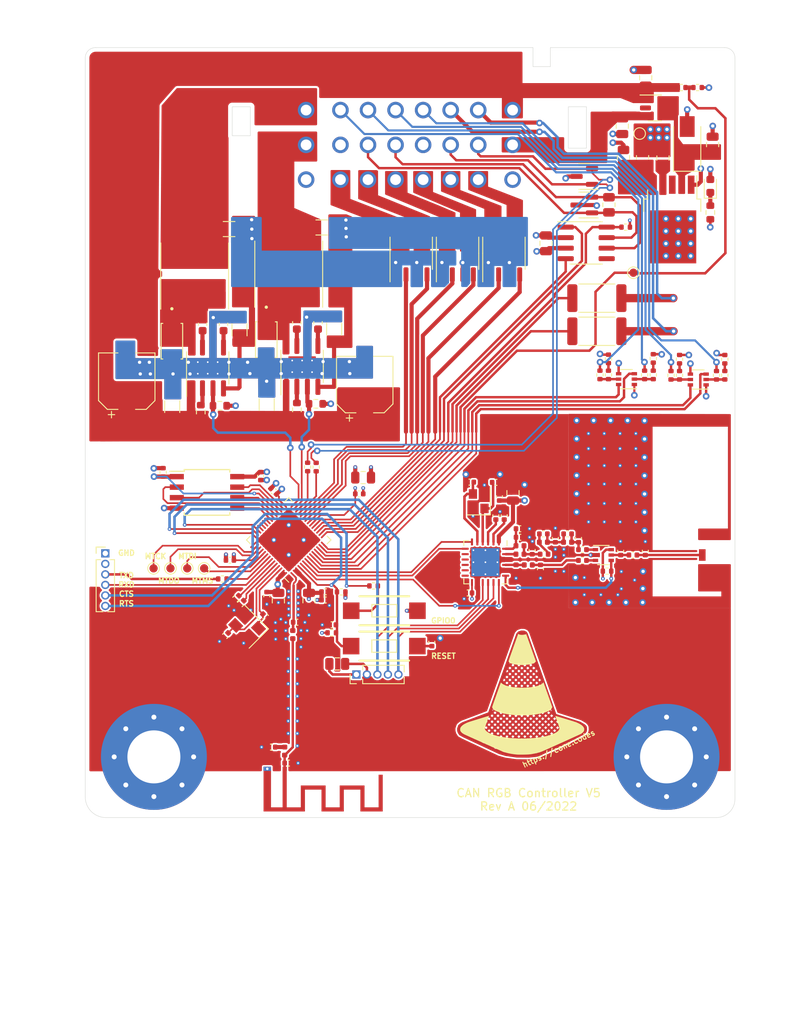
<source format=kicad_pcb>
(kicad_pcb (version 20211014) (generator pcbnew)
  (layers (0 "F.Cu" signal) (1 "In1.Cu" power) (2 "In2.Cu" power) (31 "B.Cu" signal) (34 "B.Paste" user) (35 "F.Paste" user) (36 "B.SilkS" user "B.Silkscreen") (37 "F.SilkS" user "F.Silkscreen") (38 "B.Mask" user) (39 "F.Mask" user) (44 "Edge.Cuts" user))
  (net 0 "")
  (net 1 "GND")
  (net 2 "/ESP32-S3/LNA_IN")
  (net 3 "/ESP32-S3/XTAL_P")
  (net 4 "+3V3")
  (net 5 "/ESP32-S3/RTC_XTAL_P")
  (net 6 "/ESP32-S3/RF_ANT")
  (net 7 "/ESP32-S3/XTAL_N")
  (net 8 "Net-(C3-Pad1)")
  (net 9 "/ESP32-S3/RTC_XTAL_N")
  (net 10 "/SX1231/VR_PA")
  (net 11 "/SX1231/VR_DIG")
  (net 12 "/SX1231/VR_ANA")
  (net 13 "Net-(C3-Pad2)")
  (net 14 "Net-(C5-Pad1)")
  (net 15 "/MISO")
  (net 16 "/SCLK")
  (net 17 "/SX1231/RF1")
  (net 18 "/MOSI")
  (net 19 "/SX1231/RADIO_XTAL_P")
  (net 20 "/SX1231/RADIO_XTAL_N")
  (net 21 "/SX1231/RF2")
  (net 22 "/Connectors/RGB1_12V")
  (net 23 "/Connectors/RGB2_12V")
  (net 24 "/Connectors/VBATT")
  (net 25 "/Connectors/USB_VBUS")
  (net 26 "/GPIO_CAN_P")
  (net 27 "Net-(C36-Pad2)")
  (net 28 "/Power/VCC")
  (net 29 "/GPIO_CAN_N")
  (net 30 "Net-(C40-Pad1)")
  (net 31 "/ESP32-S3/CHIP_PU")
  (net 32 "/ESP32-S3/MTCK")
  (net 33 "/ESP32-S3/MTDO")
  (net 34 "/ESP32-S3/MTMS")
  (net 35 "/ESP32-S3/MTDI")
  (net 36 "/CAN_EN")
  (net 37 "/ESP32-S3/SPICS0")
  (net 38 "Net-(D2-Pad1)")
  (net 39 "/ESP32-S3/GPIO0_BOOTSTRAP")
  (net 41 "/Connectors/RGB1_R")
  (net 42 "/Connectors/RGB1_G")
  (net 43 "/Connectors/RGB1_B")
  (net 44 "/Connectors/RGB2_R")
  (net 45 "/Connectors/RGB2_G")
  (net 46 "/CAN_H")
  (net 47 "/CAN_L")
  (net 48 "/Connectors/RGB2_B")
  (net 49 "/Connectors/DI_1")
  (net 50 "/Connectors/DI_2")
  (net 51 "/Connectors/DI_3")
  (net 52 "/Connectors/DI_4")
  (net 53 "/ESP32-S3/SPIHD")
  (net 54 "/ESP32-S3/SPIWP")
  (net 55 "/ESP32-S3/SPICLK")
  (net 56 "/ESP32-S3/SPIQ")
  (net 57 "/ESP32-S3/SPID")
  (net 58 "/ESP32-S3/GPIO19")
  (net 59 "/ESP32-S3/GPIO20")
  (net 61 "/Connectors/PIXEL_2")
  (net 62 "Net-(Q5-Pad2)")
  (net 63 "/Connectors/PIXEL_1")
  (net 64 "Net-(Q5-Pad5)")
  (net 65 "/SX1231/PA_BOOST")
  (net 66 "/SX1231/RFIO")
  (net 67 "Net-(Q6-Pad2)")
  (net 68 "Net-(Q6-Pad5)")
  (net 69 "Net-(R4-Pad2)")
  (net 70 "/ESP32-S3/GPIO4")
  (net 71 "/ESP32-S3/GPIO5")
  (net 72 "/ESP32-S3/GPIO6")
  (net 73 "Net-(R13-Pad2)")
  (net 74 "/ESP32-S3/GPIO8")
  (net 75 "Net-(R14-Pad2)")
  (net 76 "/Connectors/IGNITION")
  (net 77 "/Connectors/USB_D_P")
  (net 78 "/Connectors/USB_D_N")
  (net 79 "/ESP32-S3/GPIO9")
  (net 80 "/ESP32-S3/GPIO45")
  (net 81 "/ESP32-S3/GPIO46")
  (net 82 "/VSENSE")
  (net 83 "/SX1231/CER_ANT")
  (net 84 "/SX1231/RFC")
  (net 85 "/SX1231/RX_TX")
  (net 86 "Net-(R19-Pad2)")
  (net 87 "/ESP32-S3/U0TXD")
  (net 88 "/ESP32-S3/CTS")
  (net 89 "Net-(R20-Pad2)")
  (net 90 "Net-(R26-Pad1)")
  (net 91 "/SX1231/DIO1")
  (net 92 "/SX1231/DIO2")
  (net 93 "/SX1231/DIO3")
  (net 94 "/SX1231/DIO4")
  (net 95 "/SX1231/DIO5")
  (net 96 "/SX1231/DIO0")
  (net 97 "/SX1231/NRESET")
  (net 98 "/ESP32-S3/GPIO3")
  (net 99 "/External-IO/PWMI1")
  (net 100 "/CS0")
  (net 101 "/ESP32-S3/U0RXD")
  (net 102 "/ESP32-S3/GPIO14")
  (net 103 "/ESP32-S3/GPIO21")
  (net 108 "Net-(C12-Pad1)")
  (net 109 "Net-(C13-Pad2)")
  (net 110 "Net-(C37-Pad1)")
  (net 111 "/ESP32-S3/GPIO38")
  (net 112 "Net-(R34-Pad2)")
  (net 113 "/External-IO/RGB1_VCC")
  (net 114 "/External-IO/RGB1_BOOT")
  (net 115 "/External-IO/RGB1_SW")
  (net 116 "/External-IO/RGB1_CS")
  (net 117 "/External-IO/RGB2_VCC")
  (net 118 "/External-IO/RGB2_BOOT")
  (net 119 "/External-IO/RGB2_SW")
  (net 120 "/External-IO/RGB2_CS")
  (net 121 "/ESP32-S3/GPIO33")
  (net 122 "Net-(R35-Pad2)")
  (net 123 "/ESP32-S3/GPIO13")
  (net 124 "/ESP32-S3/GPIO17")
  (net 125 "/ESP32-S3/GPIO_18")
  (net 126 "/CS1")
  (footprint "Capacitor_SMD:C_0805_2012Metric" (layer "F.Cu") (at 75.575001 100.49 90)
    (fp_text reference "C17" hide)
    (fp_text value "10uF" hide)
  )
  (footprint "Resistor_SMD:R_1206_3216Metric" (layer "F.Cu") (at 53.97 80.75 90)
    (fp_text reference "R37" hide)
    (fp_text value "R_Small")
  )
  (footprint "Resistor_SMD:R_0402_1005Metric" (layer "F.Cu") (at 101.17 84.37 90)
    (fp_text reference "R16" hide)
    (fp_text value "499R" hide)
  )
  (footprint "Resistor_SMD:R_0402_1005Metric" (layer "F.Cu") (at 33.305 98.034999 -90)
    (fp_text reference "R7" hide)
    (fp_text value "100k" hide)
  )
  (footprint "Capacitor_SMD:C_0402_1005Metric" (layer "F.Cu") (at 40.818148 117.770574 -135)
    (fp_text reference "C39" hide)
    (fp_text value "16pF" hide)
  )
  (footprint "Inductor_SMD:L_0402_1005Metric" (layer "F.Cu") (at 76.42 106.905)
    (fp_text reference "L2" hide)
    (fp_text value "22nH" hide)
  )
  (footprint "Inductor_SMD:L_Taiyo-Yuden_NR-80xx" (layer "F.Cu") (at 48.48 74.1 90)
    (fp_text reference "L10" hide)
    (fp_text value "NR8040T100M")
  )
  (footprint "Resistor_SMD:R_0402_1005Metric" (layer "F.Cu") (at 86.085 86.265 -90)
    (fp_text reference "R18" hide)
    (fp_text value "10k" hide)
  )
  (footprint "Package_SO:SOIC-8-1EP_3.9x4.9mm_P1.27mm_EP2.41x3.3mm_ThermalVias" (layer "F.Cu") (at 50.1 85.23 90)
    (fp_text reference "U6" hide)
    (fp_text value "A6213-1")
  )
  (footprint "ConeCodes:7488910915" (layer "F.Cu") (at 99.945 114.62 180)
    (fp_text reference "AE2" hide)
    (fp_text value "7488910915")
  )
  (footprint "Capacitor_SMD:C_0402_1005Metric" (layer "F.Cu") (at 76.42 104.845)
    (fp_text reference "C16" hide)
    (fp_text value "C_Small" hide)
  )
  (footprint "Capacitor_SMD:C_0402_1005Metric" (layer "F.Cu") (at 46.37 131.22)
    (fp_text reference "C36" hide)
    (fp_text value "2pF" hide)
  )
  (footprint "Resistor_SMD:R_0402_1005Metric" (layer "F.Cu") (at 86.94 109.97 180)
    (fp_text reference "R2" hide)
    (fp_text value "0R")
  )
  (footprint "Capacitor_SMD:C_0402_1005Metric" (layer "F.Cu") (at 45.7 115.5 -45)
    (fp_text reference "C38" hide)
    (fp_text value "16pF" hide)
  )
  (footprint "Package_SO:SOIC-8_3.9x4.9mm_P1.27mm" (layer "F.Cu") (at 84.42 70.32)
    (fp_text reference "U9" hide)
    (fp_text value "SN65HVD230" hide)
  )
  (footprint "Capacitor_SMD:C_0402_1005Metric" (layer "F.Cu") (at 90.065 108.02)
    (fp_text reference "C9" hide)
    (fp_text value "0.5pF")
  )
  (footprint "Connector_PinHeader_1.27mm:PinHeader_1x06_P1.27mm_Vertical" (layer "F.Cu") (at 26.32 107.82)
    (fp_text reference "J2" hide)
    (fp_text value "CONSOLE" hide)
  )
  (footprint "Capacitor_SMD:C_0402_1005Metric" (layer "F.Cu") (at 70.145 112.599999 180)
    (fp_text reference "C18" hide)
    (fp_text value "0.1uF" hide)
  )
  (footprint "Inductor_SMD:L_0402_1005Metric" (layer "F.Cu") (at 76.42 107.92)
    (fp_text reference "L3" hide)
    (fp_text value "3.9nH")
  )
  (footprint "Resistor_SMD:R_0603_1608Metric" (layer "F.Cu") (at 49.47 90.479999 90)
    (fp_text reference "R34" hide)
    (fp_text value "R_Small")
  )
  (footprint "Capacitor_SMD:C_0805_2012Metric" (layer "F.Cu") (at 79.57 70.37 90)
    (fp_text reference "C44" hide)
    (fp_text value "10uF" hide)
  )
  (footprint "Resistor_SMD:R_0402_1005Metric" (layer "F.Cu") (at 42.09 113.29 -135)
    (fp_text reference "R9" hide)
    (fp_text value "10k" hide)
  )
  (footprint "Capacitor_SMD:C_0805_2012Metric" (layer "F.Cu") (at 54.34 121.17 180)
    (fp_text reference "C45" hide)
    (fp_text value "10uF" hide)
  )
  (footprint "Resistor_SMD:R_0402_1005Metric" (layer "F.Cu") (at 95.700001 86.31 90)
    (fp_text reference "R20" hide)
    (fp_text value "1k" hide)
  )
  (footprint "Package_SO:SOIC-8W_5.3x5.3mm_P1.27mm" (layer "F.Cu") (at 38.608163 100.457086)
    (fp_text reference "U5" hide)
    (fp_text value "W25Q128JVS" hide)
  )
  (footprint "Resistor_SMD:R_2512_6332Metric" (layer "F.Cu") (at 85.71 76.995)
    (fp_text reference "R23" hide)
    (fp_text value "0R" hide)
  )
  (footprint "Capacitor_SMD:C_0402_1005Metric" (layer "F.Cu") (at 83.495 105.995 90)
    (fp_text reference "C8" hide)
    (fp_text value "5.6pF")
  )
  (footprint "Resistor_SMD:R_0805_2012Metric" (layer "F.Cu") (at 91.23 59.995 90)
    (fp_text reference "R26" hide)
    (fp_text value "56.7k" hide)
  )
  (footprint "ConeCodes:DIOM5226X240N" (layer "F.Cu") (at 34.361018 82.195213 -90)
    (fp_text reference "D7" hide)
    (fp_text value "B250A-13-F")
  )
  (footprint "Package_TO_SOT_SMD:SOT-363_SC-70-6" (layer "F.Cu") (at 86.495 108.02)
    (fp_text reference "U2" hide)
    (fp_text value "PE42421SCAA-Z")
  )
  (footprint "Inductor_SMD:L_0402_1005Metric" (layer "F.Cu") (at 79.245 106.47)
    (fp_text reference "L4" hide)
    (fp_text value "5.6nH" hide)
  )
  (footprint "Capacitor_SMD:C_0402_1005Metric" (layer "F.Cu") (at 73.505 103.26 90)
    (fp_text reference "C20" hide)
    (fp_text value "0.1uF" hide)
  )
  (footprint "RF_Antenna:Texas_SWRA117D_2.4GHz_Left" (layer "F.Cu") (at 47.988501 133.844999 180)
    (fp_text reference "AE3" hide)
    (fp_text value "Antenna_Shield")
  )
  (footprint "Capacitor_SMD:C_0402_1005Metric" (layer "F.Cu") (at 78.895 109.695 -90)
    (fp_text reference "C15" hide)
    (fp_text value "5.6pF")
  )
  (footprint "Resistor_SMD:R_1206_3216Metric" (layer "F.Cu") (at 42.533518 80.821213 90)
    (fp_text reference "R36" hide)
    (fp_text value "R_Small")
  )
  (footprint "Package_TO_SOT_SMD:SOT-23-5" (layer "F.Cu") (at 92.72 54.02)
    (fp_text reference "D3" hide)
    (fp_text value "RB496EA" hide)
  )
  (footprint "Resistor_SMD:R_0402_1005Metric" (layer "F.Cu") (at 87.11 86.265 90)
    (fp_text reference "R19" hide)
    (fp_text value "1k" hide)
  )
  (footprint "ConeCodes:Delphi_Sicma_24_Black" (layer "F.Cu") (at 63.054404 46.780432 180)
    (fp_text reference "J3" hide)
    (fp_text value "Delphi_Sicma_24" hide)
  )
  (footprint "Capacitor_SMD:C_0402_1005Metric" (layer "F.Cu") (at 76.42 105.875)
    (fp_text reference "C2" hide)
    (fp_text value "0.01uF" hide)
  )
  (footprint "Package_TO_SOT_SMD:SOT-363_SC-70-6" (layer "F.Cu") (at 97.96 86.82 180)
    (fp_text reference "Q6" hide)
    (fp_text value "MBT3904DW1T1G" hide)
  )
  (footprint "Resistor_SMD:R_0402_1005Metric" (layer "F.Cu") (at 42.679376 113.890624 -135)
    (fp_text reference "R10" hide)
    (fp_text value "10k" hide)
  )
  (footprint "Package_TO_SOT_SMD:SOT-23" (layer "F.Cu") (at 84.195 62.295 180)
    (fp_text reference "D5" hide)
    (fp_text value "PESD2USB3UV-T")
  )
  (footprint "Resistor_SMD:R_0603_1608Metric" (layer "F.Cu") (at 99.42 66.645 -90)
    (fp_text reference "R25" hide)
    (fp_text value "240R" hide)
  )
  (footprint "Resistor_SMD:R_0402_1005Metric" (layer "F.Cu") (at 51.795 97.395 90)
    (fp_text reference "R5" hide)
    (fp_text value "0R" hide)
  )
  (footprint "Resistor_SMD:R_0402_1005Metric" (layer "F.Cu") (at 89.195 68.42)
    (fp_text reference "R31" hide)
    (fp_text value "1k" hide)
  )
  (footprint "Resistor_SMD:R_0402_1005Metric" (layer "F.Cu") (at 101.170001 86.305 90)
    (fp_text reference "R14" hide)
    (fp_text value "1k" hide)
  )
  (footprint "Capacitor_SMD:C_0603_1608Metric" (layer "F.Cu") (at 38.073518 80.151213 90)
    (fp_text reference "C52" hide)
    (fp_text value "C_Small")
  )
  (footprint "Capacitor_SMD:C_0402_1005Metric" (layer "F.Cu") (at 91.565 107.545 -90)
    (fp_text reference "C11" hide)
    (fp_text value "DNF")
  )
  (footprint "TestPoint:TestPoint_Pad_D1.0mm" (layer "F.Cu") (at 34.19 109.63)
    (fp_text reference "TP5" hide)
    (fp_text value "MTDO")
  )
  (footprint "LED_SMD:LED_0603_1608Metric" (layer "F.Cu") (at 99.42 63.445 90)
    (fp_text reference "D2" hide)
    (fp_text value "GRN" hide)
  )
  (footprint "Capacitor_SMD:C_0603_1608Metric" (layer "F.Cu") (at 49.46 79.96 90)
    (fp_text reference "C53" hide)
    (fp_text value "C_Small")
  )
  (footprint "Inductor_SMD:L_0402_1005Metric" (layer "F.Cu") (at 48.97 117.63 -90)
    (fp_text reference "L7" hide)
    (fp_text value "2nH" hide)
  )
  (footprint "Capacitor_SMD:C_0402_1005Metric" (layer "F.Cu") (at 52.92 112.46)
    (fp_text reference "C24" hide)
    (fp_text value "0.1uF" hide)
  )
  (footprint "Connector_PinHeader_1.27mm:PinHeader_1x05_P1.27mm_Vertical" (layer "F.Cu") (at 56.655 122.45 90)
    (fp_text reference "J4" hide)
    (fp_text value "Conn_01x05" hide)
  )
  (footprint "Inductor_SMD:L_0402_1005Metric" (layer "F.Cu") (at 75.945 109.695 -90)
    (fp_text reference "L6" hide)
    (fp_text value "120nH" hide)
  )
  (footprint "Capacitor_SMD:C_0402_1005Metric" (layer "F.Cu") (at 83.97 107.37)
    (fp_text reference "C12" hide)
    (fp_text value "100pF")
  )
  (footprint "Resistor_SMD:R_0402_1005Metric" (layer "F.Cu") (at 87.11 84.33 90)
    (fp_text reference "R21" hide)
    (fp_text value "499R" hide)
  )
  (footprint "Capacitor_SMD:C_0402_1005Metric" (layer "F.Cu") (at 80.695 105.995 90)
    (fp_text reference "C7" hide)
    (fp_text value "6.8pF" hide)
  )
  (footprint "Package_TO_SOT_SMD:TO-252-5_TabPin6" (layer "F.Cu") (at 94.82 67.495 -90)
    (fp_text reference "U8" hide)
    (fp_text value "BD33C0AWFP-CE2" hide)
  )
  (footprint "MountingHole:MountingHole_6.4mm_M6_Pad_Via" (layer "F.Cu") (at 32.19 132.4)
    (fp_text reference "H3" hide)
    (fp_text value "MountingHole_Pad")
  )
  (footprint "Resistor_SMD:R_0603_1608Metric" (layer "F.Cu") (at 51.76 89.76 180)
    (fp_text reference "R33" hide)
    (fp_text value "R_Small")
  )
  (footprint "ConeCodes:QFN-56" (layer "F.Cu") (at 48.48 106.2 135)
    (fp_text reference "U4" hide)
    (fp_text value "ESP32-S3R2" hide)
  )
  (footprint "Inductor_SMD:L_Taiyo-Yuden_NR-80xx" (layer "F.Cu") (at 37.113518 74.331213 90)
    (fp_text reference "L9" hide)
    (fp_text value "NR8040T100M")
  )
  (footprint "TestPoint:TestPoint_Pad_D1.0mm" (layer "F.Cu") (at 90.88 57.115 180)
    (fp_text reference "TP2" hide)
    (fp_text value "3V3OUT" hide)
  )
  (footprint "Capacitor_SMD:C_0402_1005Metric" (layer "F.Cu") (at 45.83 112.97 -90)
    (fp_text reference "C29" hide)
    (fp_text value "1uF" hide)
  )
  (footprint "Inductor_SMD:L_0402_1005Metric" (layer "F.Cu") (at 47.989999 131.7 90)
    (fp_text reference "L8" hide)
    (fp_text value "2.2nH" hide)
  )
  (footprint "Resistor_SMD:R_0402_1005Metric" (layer "F.Cu") (at 54.820001 112.47)
    (fp_text reference "R3" hide)
    (fp_text value "10k" hide)
  )
  (footprint "TestPoint:TestPoint_Pad_D1.0mm" (layer "F.Cu") (at 38.26 109.63)
    (fp_text reference "TP7" hide)
    (fp_text value "MTMS")
  )
  (footprint "Capacitor_SMD:C_0402_1005Metric" (layer "F.Cu") (at 79.34 107.92)
    (fp_text reference "C5" hide)
    (fp_text value "8.2pF")
  )
  (footprint "ConeCodes:DIOM5226X240N" (layer "F.Cu") (at 45.7675 82.004 -90)
    (fp_text reference "D8" hide)
    (fp_text value "B250A-13-F")
  )
  (footprint "Capacitor_SMD:C_0805_2012Metric" (layer "F.Cu") (at 93.695 60.07 90)
    (fp_text reference "C40" hide)
    (fp_text value "1uF" hide)
  )
  (footprint "Resistor_SMD:R_0402_1005Metric" (layer "F.Cu") (at 92.525 86.265 90)
    (fp_text reference "R13" hide)
    (fp_text value "1k" hide)
  )
  (footprint "Resistor_SMD:R_0603_1608Metric" (layer "F.Cu") (at 37.853518 90.741213 90)
    (fp_text reference "R35" hide)
    (fp_text value "R_Small")
  )
  (footprint "Capacitor_SMD:C_0402_1005Metric" (layer "F.Cu") (at 77.895 107.445 90)
    (fp_text reference "C6" hide)
    (fp_text value "8.2pF" hide)
  )
  (footprint "Resistor_SMD:R_0805_2012Metric" (layer "F.Cu") (at 88.93 60.005 90)
    (fp_text reference "R27" hide)
    (fp_text value "10k" hide)
  )
  (footprint "ConeCodes:SW_RS-032G05A3-SMRT" (layer "F.Cu") (at 60.03 114.75)
    (fp_text reference "SW3" hide)
    (fp_text value "SW_Push" hide)
  )
  (footprint "Package_TO_SOT_SMD:SOT-23" (layer "F.Cu") (at 84.195 65.745 180)
    (fp_text reference "D6" hide)
    (fp_text value "PESD2CANFD24V-T" hide)
  )
  (footprint "Resistor_SMD:R_0402_1005Metric" (layer "F.Cu") (at 50.765 97.385 90)
    (fp_text reference "R6" hide)
    (fp_text value "0R" hide)
  )
  (footprint "Inductor_SMD:L_0402_1005Metric" (layer "F.Cu") (at 82.17 106.47)
    (fp_text reference "L5" hide)
    (fp_text value "5.6nH" hide)
  )
  (footprint "Capacitor_SMD:C_0402_1005Metric" (layer "F.Cu") (at 70.36 99.22 180)
    (fp_text reference "C23" hide)
    (fp_text value "16pF" hide)
  )
  (footprint "Capacitor_SMD:C_0402_1005Metric" (layer "F.Cu") (at 88.59 107.545 -90)
    (fp_text reference "C10" hide)
    (fp_text value "1.2pF")
  )
  (footprint "Resistor_SMD:R_0402_1005Metric" (layer "F.Cu") (at 40.47 110.91)
    (fp_text reference "R4" hide)
    (fp_text value "499R" hide)
  )
  (footprint "Capacitor_SMD:C_0805_2012Metric" (layer "F.Cu") (at 88.78 56.225001 -90)
    (fp_text reference "C43" hide)
    (fp_text value "10uF" hide)
  )
  (footprint "logos:cone" (layer "F.Cu") (at 76.685527 124.834746)
    (fp_text reference "G***" hide)
    (fp_text value "LOGO" hide)
  )
  (footprint "Package_TO_SOT_SMD:SOT-363_SC-70-6" (layer "F.Cu") (at 89.29 86.775 180)
    (fp_text reference "Q5" hide)
    (fp_text value "MBT3904DW1T1G" hide)
  )
  (footprint "ConeCodes:SW_RS-032G05A3-SMRT" (layer "F.Cu") (at 60.02 119.02)
    (fp_text reference "SW2" hide)
    (fp_text value "SW_Push" hide)
  )
  (footprint "Capacitor_SMD:C_0402_1005Metric" (layer "F.Cu") (at 73.535 99.245)
    (fp_text reference "C22" hide)
    (fp_text value "16pF" hide)
  )
  (footprint "Capacitor_SMD:C_1206_3216Metric" (layer "F.Cu") (at 45.82 89.85 -90)
    (fp_text reference "C48" hide)
    (fp_text value "4.7uF X5R")
  )
  (footprint "Capacitor_SMD:C_0805_2012Metric" (layer "F.Cu") (at 91.61 50.38 -90)
    (fp_text reference "C41" hide)
    (fp_text value "10uF")
  )
  (footprint "Capacitor_SMD:CP_Elec_6.3x7.7" (layer "F.Cu") (at 28.91 87.02 90)
    (fp_text reference "C47" hide)
    (fp_text value "C_Small")
  )
  (footprint "Resistor_SMD:R_0402_1005Metric" (layer "F.Cu") (at 95.700001 84.365001 90)
    (fp_text reference "R22" hide)
    (fp_text value "499R" hide)
  )
  (footprint "Capacitor_SMD:C_1206_3216Metric" (layer "F.Cu") (at 52.47 68.46)
    (fp_text reference "C55" hide)
    (fp_text value "0.68μF")
  )
  (footprint "Diode_SMD:D_SMA" (layer "F.Cu") (at 96.62 58.27 90)
    (fp_text reference "D4" hide)
    (fp_text value "D_Schottky_Small" hide)
  )
  (footprint "Resistor_SMD:R_0402_1005Metric" (layer "F.Cu") (at 100.165001 86.310001 -90)
    (fp_text reference "R12" hide)
    (fp_text value "10k" hide)
  )
  (footprint "TestPoint:TestPoint_Pad_D1.0mm" (layer "F.Cu") (at 32.15 109.63)
    (fp_text reference "TP4" hide)
    (fp_text value "MTCK")
  )
  (footprint "Capacitor_SMD:C_1206_3216Metric" (layer "F.Cu") (at 34.403518 90.101213 -90)
    (fp_text reference "C49" hide)
    (fp_text value "4.7uF X5R")
  )
  (footprint "Package_SO:SO-8_3.9x4.9mm_P1.27mm" (layer "F.Cu") (at 68.88 71.575 90)
    (fp_text reference "Q3" hide)
    (fp_text value "STS8DNF3LL" hide)
  )
  (footprint "Capacitor_SMD:C_0402_1005Metric" (layer "F.Cu") (at 82.175 105.47 180)
    (fp_text reference "C4" hide)
    (fp_text value "DNF" hide)
  )
  (footprint "Capacitor_SMD:C_0402_1005Metric" (layer "F.Cu") (at 46.664642 100.326066 135)
    (fp_text reference "C27" hide)
    (fp_text value "0.1uF" hide)
  )
  (footprint "Capacitor_SMD:C_0402_1005Metric" (layer "F.Cu") (at 83.97 108.67)
    (fp_text reference "C14" hide)
    (fp_text value "100pF")
  )
  (footprint "Capacitor_SMD:C_0402_1005Metric" (layer "F.Cu") (at 73.935 100.96 90)
    (fp_text reference "C19" hide)
    (fp_text value "0.1uF" hide)
  )
  (footprint "Capacitor_SMD:C_1206_3216Metric" (layer "F.Cu") (at 41.273519 68.651214)
    (fp_text reference "C54" hide)
    (fp_text value "0.68μF")
  )
  (footprint "TestPoint:TestPoint_Pad_D1.0mm" (layer "F.Cu") (at 90.125 73.925 180)
    (fp_text reference "TP3" hide)
    (fp_text value "VSENSE" hide)
  )
  (footprint "Capacitor_SMD:C_0402_1005Metric" (layer "F.Cu") (at 45.085 98.485 -90)
    (fp_text reference "C33" hide)
    (fp_text value "0.1uF" hide)
  )
  (footprint "Resistor_SMD:R_0402_1005Metric" (layer "F.Cu") (at 95.915 51.555)
    (fp_text reference "R28" hide)
    (fp_text value "36k" hide)
  )
  (footprint "Resistor_SMD:R_0805_2012Metric" (layer "F.Cu") (at 87.17 65.72 -90)
    (fp_text reference "R30" hide)
    (fp_text value "120,DNF" hide)
  )
  (footprint "Capacitor_SMD:C_0402_1005Metric" (layer "F.Cu") (at 57.001569 100.632617)
    (fp_text reference "C32" hide)
    (fp_text value "0.1uF" hide)
  )
  (footprint "MountingHole:MountingHole_6.4mm_M6_Pad_Via" (layer "F.Cu") (at 94.13 132.4)
    (fp_text reference "H2" hide)
    (fp_text value "MountingHole_Pad")
  )
  (footprint "Capacitor_SMD:C_0603_1608Metric" (layer "F.Cu") (at 40.603517 80.151213 90)
    (fp_text reference "C50" hide)
    (fp_text value "0.1uF")
  )
  (footprint "Inductor_SMD:L_0402_1005Metric" (layer "F.Cu") (at 77.42 109.22)
    (fp_text reference "C13" hide)
    (fp_text value "5.6nH")
  )
  (footprint "Package_DFN_QFN:QFN-24-1EP_5x5mm_P0.65mm_EP3.4x3.4mm_ThermalVias" (layer "F.Cu") (at 72.245 108.89 -90)
    (fp_text reference "U3" hide)
    (fp_text value "SX1231HIMLTRT" hide)
  )
  (footprint "Crystal:Crystal_SMD_2520-4Pin_2.5x2.0mm" (layer "F.Cu") (at 71.435 101.519999 90)
    (fp_text reference "Y2" hide)
    (fp_text value "32mhz" hide)
  )
  (footprint "Capacitor_SMD:C_0805_2012Metric" (layer "F.Cu") (at 50.93 113.54 -90)
    (fp_text reference "C26" hide)
    (fp_text value "10uF" hide)
  )
  (footprint "Resistor_SMD:R_0402_1005Metric" (layer "F.Cu") (at 58.74 111.75)
    (fp_text reference "R8" hide)
    (fp_text value "10k" hide)
  )
  (footprint "Resistor_SMD:R_0402_1005Metric" (layer "F.Cu") (at 92.525 84.275 90)
    (fp_text reference "R15" hide)
    (fp_text value "499R" hide)
  )
  (footprint "Package_SO:SO-8_3.9x4.9mm_P1.27mm" (layer "F.Cu") (at 74.48 71.575 90)
    (fp_text reference "Q4" hide)
    (fp_text value "STS8DNF3LL" hide)
  )
  (footprint "Resistor_SMD:R_0402_1005Metric" (layer "F.Cu") (at 94.67 86.310001 -90)
    (fp_text reference "R17" hide)
    (fp_text value "10k" hide)
  )
  (footprint "Capacitor_SMD:C_0402_1005Metric" (layer "F.Cu") (at 79.245 105.47 180)
    (fp_text reference "C3" hide)
    (fp_text value "DNF" hide)
  )
  (footprint "Capacitor_SMD:C_0402_1005Metric" (layer "F.Cu") (at 65.77 118.54 90)
    (fp_text reference "C37" hide)
    (fp_text value "1uF" hide)
  )
  (footprint "Capacitor_SMD:C_0402_1005Metric" (layer "F.Cu") (at 49.49 116.14 180)
    (fp_text reference "C34" hide)
    (fp_text value "4.6pF" hide)
  )
  (footprint "Resistor_SMD:R_0603_1608Metric" (layer "F.Cu") (at 40.153519 89.991213 180)
    (fp_text reference "R32" hide)
    (fp_text value "R_Small")
  )
  (footprint "Package_SO:SOIC-8-1EP_3.9x4.9mm_P1.27mm_EP2.41x3.3mm_ThermalVias" (layer "F.Cu") (at 38.693517 85.421213 90)
    (fp_text reference "U7" hide)
    (fp_text value "A6213-1")
  )
  (footprint "Resistor_SMD:R_2512_6332Metric" (layer "F.Cu") (at 85.71 80.995)
    (fp_text reference "R24" hide)
    (fp_text value "0R" hide)
  )
  (footprint "Capacitor_SMD:C_0402_1005Metric" (layer "F.Cu") (at 52.92 113.45)
    (fp_text reference "C25" hide)
    (fp_text value "1uF" hide)
  )
  (footprint "Resistor_SMD:R_0402_1005Metric" (layer "F.Cu") (at 53.68 117.409999 180)
    (fp_text reference "R38" hide)
    (fp_text value "10k")
  )
  (footprint "TestPoint:TestPoint_Pad_D1.0mm" (layer "F.Cu") (at 36.22 109.63)
    (fp_text reference "TP6" hide)
    (fp_text value "MTDI")
  )
  (footprint "Capacitor_SMD:C_0402_1005Metric" (layer "F.Cu") (at 53.7 116.45 180)
    (fp_text reference "C56" hide)
    (fp_text value "1uF")
  )
  (footprint "Capacitor_SMD:C_0805_2012Metric" (layer "F.Cu") (at 47.23 113.55 -90)
    (fp_text reference "C30" hide)
    (fp_text value "10uF" hide)
  )
  (footprint "Crystal:Crystal_SMD_3225-4Pin_3.2x2.5mm" (layer "F.Cu") (at 43.45 116.69 135)
    (fp_text reference "Y3" hide)
    (fp_text value "40MHZ" hide)
  )
  (footprint "Capacitor_SMD:C_0402_1005Metric" (layer "F.Cu") (at 74.515 103.26 90)
    (fp_text reference "C21" hide)
    (fp_text value "0.1uF" hide)
  )
  (footprint "Capacitor_SMD:C_0402_1005Metric" (layer "F.Cu") (at 41.375 108.65 180)
    (fp_text reference "C31" hide)
    (fp_text value "0.1uF" hide)
  )
  (footprint "Capacitor_SMD:C_0805_2012Metric" (layer "F.Cu") (at 57.469999 98.665)
    (fp_text reference "C28" hide)
    (fp_text value "10uF" hide)
  )
  (footprint "Resistor_SMD:R_0402_1005Metric" (layer "F.Cu") (at 97.879998 51.554999)
    (fp_text reference "R29" hide)
    (fp_text value "10k" hide)
  )
  (footprint "Capacitor_SMD:C_0805_2012Metric" (layer "F.Cu") (at 99.695 58.444999 -90)
    (fp_text reference "C42" hide)
    (fp_text value "1uF" hide)
  )
  (footprint "Resistor_SMD:R_0402_1005Metric" (layer "F.Cu") (at 91.48 86.265001 -90)
    (fp_text reference "R11" hide)
    (fp_text value "10k" hide)
  )
  (footprint "Capacitor_SMD:CP_Elec_6.3x7.7" (layer "F.Cu") (at 57.663518 87.431212 90)
    (fp_text reference "C46" hide)
    (fp_text value "C_Small")
  )
  (footprint "Package_SO:SO-8_3.9x4.9mm_P1.27mm" (layer "F.Cu") (at 63.28 71.575 90)
    (fp_text reference "Q2" hide)
    (fp_text value "STS8DNF3LL" hide)
  )
  (footprint "Capacitor_SMD:C_0603_1608Metric" (layer "F.Cu") (at 52.02 79.96 90)
    (fp_text reference "C51" hide)
    (fp_text value "0.1uF")
  )
  (footprint "Capacitor_SMD:C_0402_1005Metric" (layer "F.Cu") (at 48.47 133.15 180)
    (fp_text reference "C35" hide)
    (fp_text value "4pF" hide)
  )
  (gr_arc (start 23.894404 47.980432) (mid 24.260521 47.096549) (end 25.144404 46.730432) (layer "Edge.Cuts") (width 0.05))
  (gr_arc (start 102.394404 137.480432) (mid 101.735394 139.071422) (end 100.144404 139.730432) (layer "Edge.Cuts") (width 0.05))
  (gr_arc (start 101.144404 46.730432) (mid 102.028287 47.096549) (end 102.394404 47.980432) (layer "Edge.Cuts") (width 0.05))
  (gr_arc (start 26.394404 139.730432) (mid 24.626637 138.998199) (end 23.894404 137.230432) (layer "Edge.Cuts") (width 0.05))
  (gr_line (start 25.144404 46.730432) (end 77.994404 46.730432) (layer "Edge.Cuts") (width 0.05))
  (gr_line (start 102.394403 50.580432) (end 102.394404 137.480432) (layer "Edge.Cuts") (width 0.05))
  (gr_line (start 102.394404 47.980432) (end 102.394403 50.580432) (layer "Edge.Cuts") (width 0.05))
  (gr_rect (start 41.654404 53.880432) (end 43.844404 57.380432) (layer "Edge.Cuts") (width 0.05) (fill none))
  (gr_line (start 80.094404 49.030432) (end 80.094404 46.730432) (layer "Edge.Cuts") (width 0.05))
  (gr_line (start 23.894404 137.230432) (end 23.894404 47.980432) (layer "Edge.Cuts") (width 0.05))
  (gr_line (start 77.994404 49.030432) (end 80.094404 49.030432) (layer "Edge.Cuts") (width 0.05))
  (gr_line (start 77.994404 46.730432) (end 77.994404 49.030432) (layer "Edge.Cuts") (width 0.05))
  (gr_rect (start 82.264404 53.880432) (end 84.454404 58.880432) (layer "Edge.Cuts") (width 0.05) (fill none))
  (gr_line (start 101.144404 46.730432) (end 80.094404 46.730432) (layer "Edge.Cuts") (width 0.05))
  (gr_line (start 100.144404 139.730432) (end 26.394404 139.730432) (layer "Edge.Cuts") (width 0.05))
  (gr_text "MTDI" (at 36.24 108.17) (layer "F.SilkS") (effects (font (size 0.65 0.65) (thickness 0.1625))))
  (gr_text "RXD" (at 28.871667 111.6) (layer "F.SilkS") (effects (font (size 0.65 0.65))))
  (gr_text "TXD" (at 28.871667 110.48) (layer "F.SilkS") (effects (font (size 0.65 0.65))))
  (gr_text "CAN RGB Controller V5\nRev A 06/2022" (at 77.46 137.57) (layer "F.SilkS") (effects (font (size 1 1))))
  (gr_text "RTS" (at 28.871667 113.89) (layer "F.SilkS") (effects (font (size 0.65 0.65))))
  (gr_text "CTS" (at 28.871667 112.72) (layer "F.SilkS") (effects (font (size 0.65 0.65))))
  (gr_text "GPIO0" (at 67.16 115.95) (layer "F.SilkS") (effects (font (size 0.65 0.65))))
  (gr_text "MTMS" (at 38.07 111.12) (layer "F.SilkS") (effects (font (size 0.65 0.65) (thickness 0.1625))))
  (gr_text "GND" (at 28.871667 107.77) (layer "F.SilkS") (effects (font (size 0.65 0.65))))
  (gr_text "RESET" (at 67.18 120.22) (layer "F.SilkS") (effects (font (size 0.65 0.65))))
  (gr_text "https://cone.codes" (at 81.103059 131.414746 25) (layer "F.SilkS") (effects (font (size 0.65 0.65) (thickness 0.125))))
  (gr_text "MTDO" (at 34 111.12) (layer "F.SilkS") (effects (font (size 0.65 0.65) (thickness 0.1625))))
  (gr_text "MTCK" (at 32.38 108.17) (layer "F.SilkS") (effects (font (size 0.65 0.65) (thickness 0.1625))))
  (segment (start 52.585 89.76) (end 53.55 89.76) (width 0.5) (layer "F.Cu") (net 1))
  (segment (start 53.4 114.35) (end 53.15 114.6) (width 0.5) (layer "F.Cu") (net 1))
  (segment (start 53.22 116.45) (end 52.53 116.45) (width 0.25) (layer "F.Cu") (net 1))
  (segment (start 57.481569 100.632617) (end 57.481569 99.931569) (width 0.29337) (layer "F.Cu") (net 1))
  (segment (start 88.59 107.065) (end 88.59 106.395) (width 0.29337) (layer "F.Cu") (net 1))
  (segment (start 96.815001 83.855001) (end 96.82 83.86) (width 0.29337) (layer "F.Cu") (net 1))
  (segment (start 40.895 107.955) (end 40.895 108.65) (width 0.5) (layer "F.Cu") (net 1))
  (segment (start 93.525 83.765) (end 93.54 83.78) (width 0.29337) (layer "F.Cu") (net 1))
  (segment (start 46.325231 99.974769) (end 46.95 99.35) (width 0.5) (layer "F.Cu") (net 1))
  (segment (start 99.695 57.494999) (end 99.695 56.215) (width 0.5) (layer "F.Cu") (net 1))
  (segment (start 50.93 114.49) (end 50.93 115.29) (width 0.5) (layer "F.Cu") (net 1))
  (segment (start 90.24 87.425) (end 90.24 88.72) (width 0.25) (layer "F.Cu") (net 1))
  (segment (start 81.94 62.518815) (end 82.163815 62.295) (width 0.5) (layer "F.Cu") (net 1))
  (segment (start 40.11 118.46) (end 40.12 118.46) (width 0.254) (layer "F.Cu") (net 1))
  (segment (start 74.695001 109.865) (end 73.22 109.865) (width 0.3058) (layer "F.Cu") (net 1))
  (segment (start 86.179503 83.82) (end 86.09018 83.730677) (width 0.29337) (layer "F.Cu") (net 1))
  (segment (start 99.234999 51.554999) (end 99.25 51.57) (width 0.3058) (layer "F.Cu") (net 1))
  (segment (start 42.308752 114.251248) (end 41.87 114.69) (width 0.5) (layer "F.Cu") (net 1))
  (segment (start 50.43 116.15) (end 50.42 116.14) (width 0.3058) (layer "F.Cu") (net 1))
  (segment (start 50.42 116.14) (end 49.97 116.14) (width 0.3058) (layer "F.Cu") (net 1))
  (segment (start 75.945 110.18) (end 75.945 110.82) (width 0.29337) (layer "F.Cu") (net 1))
  (segment (start 41.729376 113.650624) (end 41.22 114.16) (width 0.5) (layer "F.Cu") (net 1))
  (segment (start 53.4 113.45) (end 53.4 114.35) (width 0.5) (layer "F.Cu") (net 1))
  (segment (start 96.62 54.22) (end 96.63 54.21) (width 0.5) (layer "F.Cu") (net 1))
  (segment (start 46.854067 116.2) (end 46.872445 116.181622) (width 0.3058) (layer "F.Cu") (net 1))
  (segment (start 97.01 86.17) (end 97.01 84.9) (width 0.29337) (layer "F.Cu") (net 1))
  (segment (start 74.004999 102.78) (end 73.505 102.78) (width 0.29337) (layer "F.Cu") (net 1))
  (segment (start 99.42 68.42) (end 99.41 68.43) (width 0.3058) (layer "F.Cu") (net 1))
  (segment (start 43.273223 115.286777) (end 43.89 114.67) (width 0.5) (layer "F.Cu") (net 1))
  (segment (start 46.039411 115.839411) (end 46.4 116.2) (width 0.3058) (layer "F.Cu") (net 1))
  (segment (start 71.269999 111.34) (end 71.27 109.865) (width 0.3058) (layer "F.Cu") (net 1))
  (segment (start 40.9 107.95) (end 40.895 107.955) (width 0.5) (layer "F.Cu") (net 1))
  (segment (start 96.62 56.27) (end 96.62 54.22) (width 0.5) (layer "F.Cu") (net 1))
  (segment (start 85.626023 65.75) (end 83.2625 65.75) (width 0.5) (layer "F.Cu") (net 1))
  (segment (start 65.77 118.06) (end 66.78 118.06) (width 0.5) (layer "F.Cu") (net 1))
  (segment (start 77.895 106.965) (end 77.895 106.395) (width 0.29337) (layer "F.Cu") (net 1))
  (segment (start 77.565 105.875) (end 77.57 105.87) (width 0.29337) (layer "F.Cu") (net 1))
  (segment (start 91.61 49.43) (end 90.16 49.43) (width 1) (layer "F.Cu") (net 1))
  (segment (start 40.978519 89.991213) (end 42.058787 89.991213) (width 0.5) (layer "F.Cu") (net 1))
  (segment (start 72.135 99.58) (end 72.125 99.57) (width 0.3058) (layer "F.Cu") (net 1))
  (segment (start 100.41 83.86) (end 100.18 83.63) (width 0.29337) (layer "F.Cu") (net 1))
  (segment (start 99.42 67.47) (end 99.42 68.42) (width 0.3058) (layer "F.Cu") (net 1))
  (segment (start 99.695 56.215) (end 99.71 56.2) (width 0.5) (layer "F.Cu") (net 1))
  (segment (start 42.058787 89.991213) (end 42.06 89.99) (width 0.5) (layer "F.Cu") (net 1))
  (segment (start 85.545 108.02) (end 84.945 108.02) (width 0.3058) (layer "F.Cu") (net 1))
  (segment (start 69.88 99.22) (end 69.88 98.28) (width 0.3058) (layer "F.Cu") (net 1))
  (segment (start 74.015 98.275) (end 74.01 98.27) (width 0.3058) (layer "F.Cu") (net 1))
  (segment (start 75.575 99.54) (end 75.575 99.8) (width 0.5) (layer "F.Cu") (net 1))
  (segment (start 76.9 105.875) (end 77.565 105.875) (width 0.29337) (layer "F.Cu") (net 1))
  (segment (start 87.64 58.22) (end 88.64 58.22) (width 0.5) (layer "F.Cu") (net 1))
  (segment (start 75.575 99.54) (end 76.965 99.540001) (width 0.5) (layer "F.Cu") (net 1))
  (segment (start 70.735 102.395) (end 70.735 103.3) (width 0.3058) (layer "F.Cu") (net 1))
  (segment (start 43.621142 118.068858) (end 43.03 118.66) (width 0.5) (layer "F.Cu") (net 1))
  (segment (start 74.695 108.565) (end 72.57 108.565) (width 0.3058) (layer "F.Cu") (net 1))
  (segment (start 80.695 105.515) (end 80.695 104.77) (width 0.29337) (layer "F.Cu") (net 1))
  (segment (start 88.93 58.51) (end 88.93 59.0925) (width 0.5) (layer "F.Cu") (net 1))
  (segment (start 33.43 102.35) (end 33.442086 102.362086) (width 0.5) (layer "F.Cu") (net 1))
  (segment (start 88.34 84.86) (end 88.35 84.85) (width 0.29337) (layer "F.Cu") (net 1))
  (segment (start 43.273223 115.194471) (end 41.729376 113.650624) (width 0.5) (layer "F.Cu") (net 1))
  (segment (start 78.895 110.175) (end 78.895 110.82) (width 0.29337) (layer "F.Cu") (net 1))
  (segment (start 88.34 86.125) (end 88.34 84.86) (width 0.29337) (layer "F.Cu") (net 1))
  (segment (start 98.389998 51.554999) (end 99.234999 51.554999) (width 0.3058) (layer "F.Cu") (net 1))
  (segment (start 55.29 121.17) (end 57.47 121.17) (width 0.3058) (layer "F.Cu") (net 1))
  (segment (start 74.515 102.78) (end 74.004999 102.78) (width 0.29337) (layer "F.Cu") (net 1))
  (segment (start 89.705 68.42) (end 89.705 67.605) (width 0.29337) (layer "F.Cu") (net 1))
  (segment (start 87.11 83.82) (end 86.179503 83.82) (width 0.29337) (layer "F.Cu") (net 1))
  (segment (start 81.945 69.685) (end 79.835 69.685) (width 0.5) (layer "F.Cu") (net 1))
  (segment (start 53.15 114.6) (end 51.04 114.6) (width 0.5) (layer "F.Cu") (net 1))
  (segment (start 33.442086 102.362086) (end 35.008163 102.362086) (width 0.5) (layer "F.Cu") (net 1))
  (segment (start 53.55 89.76) (end 53.56 89.75) (width 0.5) (layer "F.Cu") (net 1))
  (segment (start 47.23 114.5) (end 47.23 113.77) (width 0.5) (layer "F.Cu") (net 1))
  (segment (start 45.815 98.965) (end 45.82 98.96) (width 0.5) (layer "F.Cu") (net 1))
  (segment (start 101.17 83.86) (end 100.41 83.86) (width 0.29337) (layer "F.Cu") (net 1))
  (segment (start 79.835 69.685) (end 79.57 69.42) (width 0.5) (layer "F.Cu") (net 1))
  (segment (start 57.481569 99.931569) (end 57.48 99.93) (width 0.29337) (layer "F.Cu") (net 1))
  (segment (start 76.9 104.845) (end 77.57 104.845) (width 0.29337) (layer "F.Cu") (net 1))
  (segment (start 73.935 100.479999) (end 75.405 100.479999) (width 0.5) (layer "F.Cu") (net 1))
  (segment (start 91.565 107.065) (end 91.565 106.395) (width 0.29337) (layer "F.Cu") (net 1))
  (segment (start 48.95 133.15) (end 49.61 133.15) (width 0.254) (layer "F.Cu") (net 1))
  (segment (start 75.595 100.29) (end 75.595 99.56) (width 0.5) (layer "F.Cu") (net 1))
  (segment (start 78.37 69.42) (end 78.36 69.41) (width 0.5) (layer "F.Cu") (net 1))
  (segment (start 88.78 57.175001) (end 87.655001 57.175001) (width 0.5) (layer "F.Cu") (net 1))
  (segment (start 89.705 67.605) (end 89.695 67.595) (width 0.29337) (layer "F.Cu") (net 1))
  (segment (start 76.965 99.540001) (end 76.975001 99.53) (width 0.5) (layer "F.Cu") (net 1))
  (segment (start 70.735 103.3) (end 70.745 103.31) (width 0.3058) (layer "F.Cu") (net 1))
  (segment (start 57.925 121.625) (end 57.925 122.45) (width 0.3058) (layer "F.Cu") (net 1))
  (segment (start 75.405 100.479999) (end 75.595 100.29) (width 0.5) (layer "F.Cu") (net 1))
  (segment (start 58.419999 98.665) (end 58.42 97.41) (width 0.5) (layer "F.Cu") (net 1))
  (segment (start 64.03 114.75) (end 62.745 114.75) (width 0.5) (layer "F.Cu") (net 1))
  (segment (start 57.47 121.17) (end 57.925 121.625) (width 0.3058) (layer "F.Cu") (net 1))
  (segment (start 98.91 87.47) (end 98.91 88.84) (width 0.29337) (layer "F.Cu") (net 1))
  (segment (start 79.57 69.42) (end 78.37 69.42) (width 0.5) (layer "F.Cu") (net 1))
  (segment (start 40.12 118.46) (end 40.470015 118.109985) (width 0.254) (layer "F.Cu") (net 1))
  (segment (start 45.89 131.22) (end 45.2 131.22) (width 0.254) (layer "F.Cu") (net 1))
  (segment (start 53.4 112.46) (end 53.4 113.45) (width 0.5) (layer "F.Cu") (net 1))
  (segment (start 45.83 113.45) (end 45.83 113.96) (width 0.5) (layer "F.Cu") (net 1))
  (segment (start 69.665 112.599999) (end 69.665 113.31) (width 0.2) (layer "F.Cu") (net 1))
  (segment (start 88.64 58.22) (end 88.93 58.51) (width 0.5) (layer "F.Cu") (net 1))
  (segment (start 45.085 98.965) (end 45.815 98.965) (width 0.5) (layer "F.Cu") (net 1))
  (segment (start 77.895 106.395) (end 77.92 106.37) (width 0.29337) (layer "F.Cu") (net 1))
  (segment (start 74.015 99.245) (end 74.015 98.275) (width 0.3058) (layer "F.Cu") (net 1))
  (segment (start 88.59 106.395) (end 88.565 106.37) (width 0.29337) (layer "F.Cu") (net 1))
  (segment (start 92.525 83.765) (end 93.525 83.765) (width 0.29337) (layer "F.Cu") (net 1))
  (segment (start 72.135 100.645) (end 72.135 99.58) (width 0.3058) (layer "F.Cu") (net 1))
  (segment (start 95.700001 83.855001) (end 96.815001 83.855001) (width 0.29337) (layer "F.Cu") (net 1))
  (segment (start 46.4 116.2) (end 46.854067 116.2) (width 0.3058) (layer "F.Cu") (net 1))
  (segment (start 82.163815 62.295) (end 83.2575 62.295) (width 0.5) (layer "F.Cu") (net 1))
  (segment (start 85.691523 65.8155) (end 85.626023 65.75) (width 0.5) (layer "F.Cu") (net 1))
  (segment (start 87.655001 57.175001) (end 87.63 57.15) (width 0.5) (layer "F.Cu") (net 1))
  (via (at 90.27 111.045) (size 0.45) (drill 0.2) (layers "F.Cu" "B.Cu") (net 1))
  (via (at 90.428334 99.445) (size 0.45) (drill 0.2) (layers "F.Cu" "B.Cu") (net 1))
  (via (at 58.42 97.41) (size 0.45) (drill 0.2) (layers "F.Cu" "B.Cu") (net 1))
  (via (at 48.12 116.17) (size 0.45) (drill 0.2) (layers "F.Cu" "B.Cu") (net 1))
  (via (at 48.418815 122.07) (size 0.45) (drill 0.2) (layers "F.Cu" "B.Cu") (net 1))
  (via (at 77.92 106.37) (size 0.45) (drill 0.2) (layers "F.Cu" "B.Cu") (net 1))
  (via (at 45.82 98.96) (size 0.8) (drill 0.4) (layers "F.Cu" "B.Cu") (net 1))
  (via (at 97.05 71.9) (size 0.8) (drill 0.4) (layers "F.Cu" "B.Cu") (net 1))
  (via (at 90.42 95.17) (size 0.45) (drill 0.2) (layers "F.Cu" "B.Cu") (net 1))
  (via (at 91.47 98.4325) (size 0.8) (drill 0.4) (layers "F.Cu" "B.Cu") (net 1))
  (via (at 85.691523 65.8155) (size 0.8) (drill 0.4) (layers "F.Cu" "B.Cu") (net 1))
  (via (at 90.24 88.72) (size 0.8) (drill 0.4) (layers "F.Cu" "B.Cu") (net 1))
  (via (at 88.52 104.02) (size 0.45) (drill 0.2) (layers "F.Cu" "B.Cu") (net 1))
  (via (at 83.12 110.745) (size 0.8) (drill 0.4) (layers "F.Cu" "B.Cu") (net 1))
  (via (at 95.55 67.4) (size 0.8) (drill 0.4) (layers "F.Cu" "B.Cu") (net 1))
  (via (at 48.418815 120.57) (size 0.45) (drill 0.2) (layers "F.Cu" "B.Cu") (net 1))
  (via (at 84.703334 99.445) (size 0.45) (drill 0.2) (layers "F.Cu" "B.Cu") (net 1))
  (via (at 88.52 97.22) (size 0.45) (drill 0.2) (layers "F.Cu" "B.Cu") (net 1))
  (via (at 91.27 112.07) (size 0.8) (drill 0.4) (layers "F.Cu" "B.Cu") (net 1))
  (via (at 84.695 93.345) (size 0.45) (drill 0.2) (layers "F.Cu" "B.Cu") (net 1))
  (via (at 50.93 115.29) (size 0.45) (drill 0.2) (layers "F.Cu" "B.Cu") (net 1))
  (via (at 80.695 109.97) (size 0.45) (drill 0.2) (layers "F.Cu" "B.Cu") (net 1))
  (via (at 83.27 93.9825) (size 0.8) (drill 0.4) (layers "F.Cu" "B.Cu") (net 1))
  (via (at 39.36 79.34) (size 0.8) (drill 0.4) (layers "F.Cu" "B.Cu") (net 1))
  (via (at 95.55 70.4) (size 0.8) (drill 0.4) (layers "F.Cu" "B.Cu") (net 1))
  (via (at 80.695 108.27) (size 0.45) (drill 0.2) (layers "F.Cu" "B.Cu") (net 1))
  (via (at 97.01 84.9) (size 0.8) (drill 0.4) (layers "F.Cu" "B.Cu") (net 1))
  (via (at 48.418815 123.57) (size 0.45) (drill 0.2) (layers "F.Cu" "B.Cu") (net 1))
  (via (at 81.72 108.045) (size 0.45) (drill 0.2) (layers "F.Cu" "B.Cu") (net 1))
  (via (at 91.47 105.07) (size 0.8) (drill 0.4) (layers "F.Cu" "B.Cu") (net 1))
  (via (at 98.91 88.84) (size 0.8) (drill 0.4) (layers "F.Cu" "B.Cu") (net 1))
  (via (at 47.522445 115.771622) (size 0.45) (drill 0.2) (layers "F.Cu" "B.Cu") (net 1))
  (via (at 91.47 96.22) (size 0.8) (drill 0.4) (layers "F.Cu" "B.Cu") (net 1))
  (via (at 62.745 114.75) (size 0.45) (drill 0.2) (layers "F.Cu" "B.Cu") (net 1))
  (via (at 88.52 99.445) (size 0.45) (drill 0.2) (layers "F.Cu" "B.Cu") (net 1))
  (via (at 74.01 98.27) (size 0.8) (drill 0.4) (layers "F.Cu" "B.Cu") (net 1))
  (via (at 48.418815 128.07) (size 0.45) (drill 0.2) (layers "F.Cu" "B.Cu") (net 1))
  (via (at 74.004999 102.78) (size 0.45) (drill 0.2) (layers "F.Cu" "B.Cu") (net 1))
  (via (at 78.895 110.82) (size 0.45) (drill 0.2) (layers "F.Cu" "B.Cu") (net 1))
  (via (at 90.16 49.43) (size 0.8) (drill 0.4) (layers "F.Cu" "B.Cu") (net 1))
  (via (at 49.621185 113.83) (size 0.45) (drill 0.2) (layers "F.Cu" "B.Cu") (net 1))
  (via (at 93.54 83.78) (size 0.8) (drill 0.4) (layers "F.Cu" "B.Cu") (net 1))
  (via (at 80.695 104.77) (size 0.45) (drill 0.2) (layers "F.Cu" "B.Cu") (net 1))
  (via (at 48.47 112.41) (size 0.45) (drill 0.2) (layers "F.Cu" "B.Cu") (net 1))
  (via (at 77.57 104.845) (size 0.45) (drill 0.2) (layers "F.Cu" "B.Cu") (net 1))
  (via (at 30.46 84.74) (size 0.8) (drill 0.4) (layers "F.Cu" "B.Cu") (net 1))
  (via (at 41.25 84.74) (size 0.8) (drill 0.4) (layers "F.Cu" "B.Cu") (net 1))
  (via (at 88.35 84.85) (size 0.8) (drill 0.4) (layers "F.Cu" "B.Cu") (net 1))
  (via (at 88.245 112.82) (size 0.45) (drill 0.2) (layers "F.Cu" "B.Cu") (net 1))
  (via (at 83.27 102.8325) (size 0.8) (drill 0.4) (layers "F.Cu" "B.Cu") (net 1))
  (via (at 96.63 54.21) (size 0.8) (drill 0.4) (layers "F.Cu" "B.Cu") (net 1))
  (via (at 91.245 113.745) (size 0.8) (drill 0.4) (layers "F.Cu" "B.Cu") (net 1))
  (via (at 48.418815 129.57) (size 0.45) (drill 0.2) (layers "F.Cu" "B.Cu") (net 1))
  (via (at 87.63 57.15) (size 0.8) (drill 0.4) (layers "F.Cu" "B.Cu") (net 1))
  (via (at 81.94 62.518815) (size 0.8) (drill 0.4) (layers "F.Cu" "B.Cu") (net 1))
  (via (at 36.35 84.74) (size 0.8) (drill 0.4) (layers "F.Cu" "B.Cu") (net 1))
  (via (at 86.195 112.82) (size 0.45) (drill 0.2) (layers "F.Cu" "B.Cu") (net 1))
  (via (at 80.695 107.32) (size 0.45) (drill 0.2) (layers "F.Cu" "B.Cu") (net 1))
  (via (at 69.88 98.28) (size 0.8) (drill 0.4) (layers "F.Cu" "B.Cu") (net 1))
  (via (at 87.64 58.22) (size 0.8) (drill 0.4) (layers "F.Cu" "B.Cu") (net 1))
  (via (at 72.125 99.57) (size 0.45) (drill 0.2) (layers "F.Cu" "B.Cu") (net 1))
  (via (at 86.603333 93.345) (size 0.45) (drill 0.2) (layers "F.Cu" "B.Cu") (net 1))
  (via (at 88.52 101.795) (size 0.45) (drill 0.2) (layers "F.Cu" "B.Cu") (net 1))
  (via (at 49.96 118.12) (size 0.45) (drill 0.2) (layers "F.Cu" "B.Cu") (net 1))
  (via (at 83.12 113.745) (size 0.8) (drill 0.4) (layers "F.Cu" "B.Cu") (net 1))
  (via (at 91.47 91.795) (size 0.8) (drill 0.4) (layers "F.Cu" "B.Cu") (net 1))
  (via (at 81.72 109.995) (size 0.45) (drill 0.2) (layers "F.Cu" "B.Cu") (net 1))
  (via (at 41.26 86.15) (size 0.8) (drill 0.4) (layers "F.Cu" "B.Cu") (net 1))
  (via (at 95.55 71.9) (size 0.8) (drill 0.4) (layers "F.Cu" "B.Cu") (net 1))
  (via (at 49.521185 122.07) (size 0.45) (drill 0.2) (layers "F.Cu" "B.Cu") (net 1))
  (via (at 83.27 100.62) (size 0.8) (drill 0.4) (layers "F.Cu" "B.Cu") (net 1))
  (via (at 97.05 67.4) (size 0.8) (drill 0.4) (layers "F.Cu" "B.Cu") (net 1))
  (via (at 88.511666 93.345) (size 0.45) (drill 0.2) (layers "F.Cu" "B.Cu") (net 1))
  (via (at 88.67 110.02) (size 0.45) (drill 0.2) (layers "F.Cu" "B.Cu") (net 1))
  (via (at 41.22 114.16) (size 0.45) (drill 0.2) (layers "F.Cu" "B.Cu") (net 1))
  (via (at 86.611667 97.22) (size 0.45) (drill 0.2) (layers "F.Cu" "B.Cu") (net 1))
  (via (at 66.78 118.06) (size 0.8) (drill 0.4) (layers "F.Cu" "B.Cu") (net 1))
  (via (at 95.55 68.9) (size 0.8) (drill 0.4) (layers "F.Cu" "B.Cu") (net 1))
  (via (at 48.12 118.14) (size 0.45) (drill 0.2) (layers "F.Cu" "B.Cu") (net 1))
  (via (at 91.565 106.395) (size 0.45) (drill 0.2) (layers "F.Cu" "B.Cu") (net 1))
  (via (at 30.54 86.15) (size 0.8) (drill 0.4) (layers "F.Cu" "B.Cu") (net 1))
  (via (at 31.76 86.15) (size 0.8) (drill 0.4) (layers "F.Cu" "B.Cu") (net 1))
  (via (at 94.05 70.4) (size 0.8) (drill 0.4) (layers "F.Cu" "B.Cu") (net 1))
  (via (at 49.521185 128.07) (size 0.45) (drill 0.2) (layers "F.Cu" "B.Cu") (net 1))
  (via (at 52.51 86.11) (size 0.8) (drill 0.4) (layers "F.Cu" "B.Cu") (net 1))
  (via (at 49.521185 131.07) (size 0.45) (drill 0.2) (layers "F.Cu" "B.Cu") (net 1))
  (via (at 46.872445 116.181622) (size 0.45) (drill 0.2) (layers "F.Cu" "B.Cu") (net 1))
  (via (at 87.37 91.77) (size 0.8) (drill 0.4) (layers "F.Cu" "B.Cu") (net 1))
  (via (at 48.12 117.15) (size 0.45) (drill 0.2) (layers "F.Cu" "B.Cu") (net 1))
  (via (at 83.27 96.195) (size 0.8) (drill 0.4) (layers "F.Cu" "B.Cu") (net 1))
  (via (at 49.96 119.13) (size 0.45) (drill 0.2) (layers "F.Cu" "B.Cu") (net 1))
  (via (at 57.48 99.93) (size 0.45) (drill 0.2) (layers "F.Cu" "B.Cu") (net 1))
  (via (at 91.47 94.0075) (size 0.8) (drill 0.4) (layers "F.Cu" "B.Cu") (net 1))
  (via (at 46.95 99.35) (size 0.8) (drill 0.4) (layers "F.Cu" "B.Cu") (net 1))
  (via (at 48.47 115.3) (size 0.45) (drill 0.2) (layers "F.Cu" "B.Cu") (net 1))
  (via (at 69.665 113.31) (size 0.45) (drill 0.2) (layers "F.Cu" "B.Cu") (net 1))
  (via (at 84.195 112.82) (size 0.45) (drill 0.2) (layers "F.Cu" "B.Cu") (net 1))
  (via (at 43.51 84.74) (size 0.8) (drill 0.4) (layers "F.Cu" "B.Cu") (net 1))
  (via (at 42.06 89.99) (size 0.8) (drill 0.4) (layers "F.Cu" "B.Cu") (net 1))
  (via (at 84.695 95.17) (size 0.45) (drill 0.2) (layers "F.Cu" "B.Cu") (net 1))
  (via (at 85.32 91.77) (size 0.8) (drill 0.4) (layers "F.Cu" "B.Cu") (net 1))
  (via (at 48.47 113.116666) (size 0.45) (drill 0.2) (layers "F.Cu" "B.Cu") (net 1))
  (via (at 41.87 114.69) (size 0.45) (drill 0.2) (layers "F.Cu" "B.Cu") (net 1))
  (via (at 49.97 117.13) (size 0.45) (drill 0.2) (layers "F.Cu" "B.Cu") (net 1))
  (via (at 49.621185 114.55) (size 0.45) (drill 0.2) (layers "F.Cu" "B.Cu") (net 1))
  (via (at 48.47 114.53) (size 0.45) (drill 0.2) (layers "F.Cu" "B.Cu") (net 1))
  (via (at 78.36 69.41) (size 0.8) (drill 0.4) (layers "F.Cu" "B.Cu") (net 1))
  (via (at 86.603333 95.17) (size 0.45) (drill 0.2) (layers "F.Cu" "B.Cu") (net 1))
  (via (at 94.05 67.4) (size 0.8) (drill 0.4) (layers "F.Cu" "B.Cu") (net 1))
  (via (at 84.195 110.745) (size 0.45) (drill 0.2) (layers "F.Cu" "B.Cu") (net 1))
  (via (at 99.41 68.43) (size 0.8) (drill 0.4) (layers "F.Cu" "B.Cu") (net 1))
  (via (at 49.621185 112.39) (size 0.45) (drill 0.2) (layers "F.Cu" "B.Cu") (net 1))
  (via (at 34.5 86.15) (size 0.8) (drill 0.4) (layers "F.Cu" "B.Cu") (net 1))
  (via (at 48.418815 125.07) (size 0.45) (drill 0.2) (layers "F.Cu" "B.Cu") (net 1))
  (via (at 96.82 83.86) (size 0.8) (drill 0.4) (layers "F.Cu" "B.Cu") (net 1))
  (via (at 46.892445 117.171622) (size 0.45) (drill 0.2) (layers "F.Cu" "B.Cu") (net 1))
  (via (at 50.43 116.15) (size 0.45) (drill 0.2) (layers "F.Cu" "B.Cu") (net 1))
  (via (at 84.945 108.02) (size 0.45) (drill 0.2) (layers "F.Cu" "B.Cu") (net 1))
  (via (at 45.2 131.22) (size 0.45) (drill 0.2) (layers "F.Cu" "B.Cu") (net 1))
  (via (at 75.945 110.82) (size 0.45) (drill 0.2) (layers "F.Cu" "B.Cu") (net 1))
  (via (at 94.05 71.9) (size 0.8) (drill 0.4) (layers "F.Cu" "B.Cu") (net 1))
  (via (at 76.975001 99.53) (size 0.8) (drill 0.4) (layers "F.Cu" "B.Cu") (net 1))
  (via (at 47.23 113.77) (size 0.45) (drill 0.2) (layers "F.Cu" "B.Cu") (net 1))
  (via (at 88.565 106.37) (size 0.45) (drill 0.2) (layers "F.Cu" "B.Cu") (net 1))
  (via (at 94.05 68.9) (size 0.8) (drill 0.4) (layers "F.Cu" "B.Cu") (net 1))
  (via (at 53.56 89.75) (size 0.8) (drill 0.4) (layers "F.Cu" "B.Cu") (net 1))
  (via (at 49.521185 125.07) (size 0.45) (drill 0.2) (layers "F.Cu" "B.Cu") (net 1))
  (via (at 91.47 102.8575) (size 0.8) (drill 0.4) (layers "F.Cu" "B.Cu") (net 1))
  (via (at 43.89 114.67) (size 0.45) (drill 0.2) (layers "F.Cu" "B.Cu") (net 1))
  (via (at 46.902445 118.181622) (size 0.45) (drill 0.2) (layers "F.Cu" "B.Cu") (net 1))
  (via (at 48.47 113.823332) (size 0.45) (drill 0.2) (layers "F.Cu" "B.Cu") (net 1))
  (via (at 88.511666 95.17) (size 0.45) (drill 0.2) (layers "F.Cu" "B.Cu") (net 1))
  (via (at 47.58 84.66) (size 0.8) (drill 0.4) (layers "F.Cu" "B.Cu") (net 1))
  (via (at 90.428334 104.02) (size 0.45) (drill 0.2) (layers "F.Cu" "B.Cu") (net 1))
  (via (at 36.55 86.15) (size 0.8) (drill 0.4) (layers "F.Cu" "B.Cu") (net 1))
  (via (at 52.53 116.45) (size 0.45) (drill 0.2) (layers "F.Cu" "B.Cu") (net 1))
  (via (at 53.39 114.11) (size 0.45) (drill 0.2) (layers "F.Cu" "B.Cu") (net 1))
  (via (at 81.72 107.32) (size 0.45) (drill 0.2) (layers "F.Cu" "B.Cu") (net 1))
  (via (at 33.43 102.35) (size 0.8) (drill 0.4) (layers "F.Cu" "B.Cu") (net 1))
  (via (at 49.521185 123.57) (size 0.45) (drill 0.2) (layers "F.Cu" "B.Cu") (net 1))
  (via (at 84.703334 104.02) (size 0.45) (drill 0.2) (layers "F.Cu" "B.Cu") (net 1))
  (via (at 99.25 51.57) (size 0.8) (drill 0.4) (layers "F.Cu" "B.Cu") (net 1))
  (via (at 97.05 70.4) (size 0.8) (drill 0.4) (layers "F.Cu" "B.Cu") (net 1))
  (via (at 84.703334 97.22) (size 0.45) (drill 0.2) (layers "F.Cu" "B.Cu") (net 1))
  (via (at 49.521185 120.57) (size 0.45) (drill 0.2) (layers "F.Cu" "B.Cu") (net 1))
  (via (at 31.64 84.74) (size 0.8) (drill 0.4) (layers "F.Cu" "B.Cu") (net 1))
  (via (at 88.67 112.095) (size 0.45) (drill 0.2) (layers "F.Cu" "B.Cu") (net 1))
  (via (at 43.03 118.66) (size 0.45) (drill 0.2) (layers "F.Cu" "B.Cu") (net 1))
  (via (at 49.521185 126.57) (size 0.45) (drill 0.2) (layers "F.Cu" "B.Cu") (net 1))
  (via (at 86.611667 99.445) (size 0.45) (drill 0.2) (layers "F.Cu" "B.Cu") (net 1))
  (via (at 43.79 86.11) (size 0.8) (drill 0.4) (layers "F.Cu" "B.Cu") (net 1))
  (via (at 90.428334 97.22) (size 0.45) (drill 0.2) (layers "F.Cu" "B.Cu") (net 1))
  (via (at 89.21375 113.745) (size 0.8) (drill 0.4) (layers "F.Cu" "B.Cu") (net 1))
  (via (at 50.64 79.29) (size 0.8) (drill 0.4) (layers "F.Cu" "B.Cu") (net 1))
  (via (at 70.745 103.31) (size 0.45) (drill 0.2) (layers "F.Cu" "B.Cu") (net 1))
  (via (at 83.27 98.4075) (size 0.8) (drill 0.4) (layers "F.Cu" "B.Cu") (net 1))
  (via (at 99.71 56.2) (size 0.8) (drill 0.4) (layers "F.Cu" "B.Cu") (net 1))
  (via (at 77.57 105.87) (size 0.45) (drill 0.2) (layers "F.Cu" "B.Cu") (net 1))
  (via (at 49.621185 115.27) (size 0.45) (drill 0.2) (layers "F.Cu" "B.Cu") (net 1))
  (via (at 52.63 84.66) (size 0.8) (drill 0.4) (layers "F.Cu" "B.Cu") (net 1))
  (via (at 49.61 133.15) (size 0.45) (drill 0.2) (layers "F.Cu" "B.Cu") (net 1))
  (via (at 89.695 67.595) (size 0.45) (drill 0.2) (layers "F.Cu" "B.Cu") (net 1))
  (via (at 45.81 87.03) (size 0.8) (drill 0.4) (layers "F.Cu" "B.Cu") (net 1))
  (via (at 86.611667 101.795) (size 0.45) (drill 0.2) (layers "F.Cu" "B.Cu") (net 1))
  (via (at 48.418815 126.57) (size 0.45) (drill 0.2) (layers "F.Cu" "B.Cu") (net 1))
  (via (at 90.428334 101.795) (size 0.45) (drill 0.2) (layers "F.Cu" "B.Cu") (net 1))
  (via (at 86.611667 104.02) (size 0.45) (drill 0.2) (layers "F.Cu" "B.Cu") (net 1))
  (via (at 84.703334 101.795) (size 0.45) (drill 0.2) (layers "F.Cu" "B.Cu") (net 1))
  (via (at 49.621185 113.11) (size 0.45) (drill 0.2) (layers "F.Cu" "B.Cu") (net 1))
  (via (at 91.47 100.645) (size 0.8) (drill 0.4) (layers "F.Cu" "B.Cu") (net 1))
  (via (at 90.42 93.345) (size 0.45) (drill 0.2) (layers "F.Cu" "B.Cu") (net 1))
  (via (at 55.86 86.11) (size 0.8) (drill 0.4) (layers "F.Cu" "B.Cu") (net 1))
  (via (at 49.521185 129.57) (size 0.45) (drill 0.2) (layers "F.Cu" "B.Cu") (net 1))
  (via (at 91.295 109.995) (size 0.8) (drill 0.4) (layers "F.Cu" "B.Cu") (net 1))
  (via (at 40.11 118.46) (size 0.45) (drill 0.2) (layers "F.Cu" "B.Cu") (net 1))
  (via (at 40.9 107.95) (size 0.45) (drill 0.2) (layers "F.Cu" "B.Cu") (net 1))
  (via (at 97.05 68.9) (size 0.8) (drill 0.4) (layers "F.Cu" "B.Cu") (net 1))
  (via (at 83.27 91.77) (size 0.8) (drill 0.4) (layers "F.Cu" "B.Cu") (net 1))
  (via (at 87.1825 113.745) (size 0.8) (drill 0.4) (layers "F.Cu" "B.Cu") (net 1))
  (via (at 85.15125 113.745) (size 0.8) (drill 0.4) (layers "F.Cu" "B.Cu") (net 1))
  (via (at 86.09018 83.730677) (size 0.8) (drill 0.4) (layers "F.Cu" "B.Cu") (net 1))
  (via (at 100.18 83.63) (size 0.8) (drill 0.4) (layers "F.Cu" "B.Cu") (net 1))
  (via (at 89.42 91.77) (size 0.8) (drill 0.4) (layers "F.Cu" "B.Cu") (net 1))
  (via (at 50.71 117.15) (size 0.45) (drill 0.2) (layers "F.Cu" "B.Cu") (net 1))
  (via (at 55.81 84.66) (size 0.8) (drill 0.4) (layers "F.Cu" "B.Cu") (net 1))
  (via (at 45.83 113.96) (size 0.45) (drill 0.2) (layers "F.Cu" "B.Cu") (net 1))
  (via (at 47.57 86.11) (size 0.8) (drill 0.4) (layers "F.Cu" "B.Cu") (net 1))
  (segment (start 49.07 111.7) (end 49.07 116.08) (width 0.29337) (layer "F.Cu") (net 2))
  (segment (start 49.01 116.14) (end 49.01 117.105) (width 0.3058) (layer "F.Cu") (net 2))
  (segment (start 49.06 111.56) (end 49.06 111.66) (width 0.2) (layer "F.Cu") (net 2))
  (segment (start 49.13071 111.389289) (end 49.235392 111.284607) (width 0.2) (layer "F.Cu") (net 2))
  (arc (start 49.37048 110.958477) (mid 49.335371 110.781976) (end 49.235392 110.632347) (width 0.2) (layer "F.Cu") (net 2))
  (arc (start 49.06 111.56) (mid 49.078376 111.467611) (end 49.13071 111.389289) (width 0.2) (layer "F.Cu") (net 2))
  (arc (start 49.235392 111.284607) (mid 49.335371 111.134977) (end 49.37048 110.958477) (width 0.2) (layer "F.Cu") (net 2))
  (segment (start 47.321534 109.903472) (end 45.39 111.835006) (width 0.2) (layer "F.Cu") (net 3))
  (segment (start 44.95952 114.627202) (end 44.958896 114.627826) (width 0.2) (layer "F.Cu") (net 3))
  (segment (start 44.95952 112.26048) (end 44.95952 114.627202) (width 0.2) (layer "F.Cu") (net 3))
  (segment (start 44.958896 114.758896) (end 45.360589 115.160589) (width 0.2) (layer "F.Cu") (net 3))
  (segment (start 44.958896 114.627826) (end 44.958896 114.758896) (width 0.2) (layer "F.Cu") (net 3))
  (segment (start 45.4 111.82) (end 44.95952 112.26048) (width 0.2) (layer "F.Cu") (net 3))
  (segment (start 45.360589 115.639411) (end 44.828858 116.171142) (width 0.2) (layer "F.Cu") (net 3))
  (segment (start 45.360589 115.160589) (end 45.360589 115.639411) (width 0.2) (layer "F.Cu") (net 3))
  (segment (start 45.83 112.49) (end 47.12 112.49) (width 0.5) (layer "F.Cu") (net 4))
  (segment (start 55.18 103.19) (end 56.521569 101.848431) (width 0.2) (layer "F.Cu") (net 4))
  (segment (start 47.867565 101.930843) (end 47.3 101.363278) (width 0.2) (layer "F.Cu") (net 4))
  (segment (start 81.945 70.955) (end 79.935 70.955) (width 0.5) (layer "F.Cu") (net 4))
  (segment (start 47.887798 101.930843) (end 47.867565 101.930843) (width 0.2) (layer "F.Cu") (net 4))
  (segment (start 78.46 71.32) (end 79.57 71.32) (width 0.5) (layer "F.Cu") (net 4))
  (segment (start 47.15 110.93) (end 47.15 112.52) (width 0.5) (layer "F.Cu") (net 4))
  (segment (start 86.43 109.97) (end 86.43 110.86) (width 0.29337) (layer "F.Cu") (net 4))
  (segment (start 41.855 108.65) (end 44.05 108.65) (width 0.2) (layer "F.Cu") (net 4))
  (segment (start 53.79 122.45) (end 53.39 122.05) (width 0.3058) (layer "F.Cu") (net 4))
  (segment (start 41.85 107.93) (end 41.85 108.645) (width 0.5) (layer "F.Cu") (net 4))
  (segment (start 32.205001 97.524999) (end 32.18 97.55) (width 0.5) (layer "F.Cu") (net 4))
  (segment (start 52.31 112.59) (end 52.44 112.46) (width 0.5) (layer "F.Cu") (net 4))
  (segment (start 73.935 101.44) (end 75.575 101.44) (width 0.5) (layer "F.Cu") (net 4))
  (segment (start 53.17 117.409999) (end 52.510001 117.409999) (width 0.25) (layer "F.Cu") (net 4))
  (segment (start 52.337849 103.19) (end 55.18 103.19) (width 0.2) (layer "F.Cu") (net 4))
  (segment (start 99.42 62.6575) (end 99.42 61.41) (width 0.5) (layer "F.Cu") (net 4))
  (segment (start 86.82663 107.37) (end 86.43 107.76663) (width 0.29337) (layer "F.Cu") (net 4))
  (segment (start 78.44 71.34) (end 78.46 71.32) (width 0.5) (layer "F.Cu") (net 4))
  (segment (start 47.3 101.363278) (end 47.3 100.961424) (width 0.2) (layer "F.Cu") (net 4))
  (segment (start 44.929578 98.005) (end 45.085 98.005) (width 0.5) (layer "F.Cu") (net 4))
  (segment (start 45.805647 98.005) (end 45.830097 97.98055) (width 0.5) (layer "F.Cu") (net 4))
  (segment (start 75.575 101.44) (end 76.975 101.439999) (width 0.5) (layer "F.Cu") (net 4))
  (segment (start 56.521569 101.848431) (end 56.521569 100.632617) (width 0.2) (layer "F.Cu") (net 4))
  (segment (start 73.87 106.44) (end 73.87 105.735001) (width 0.5) (layer "F.Cu") (net 4))
  (segment (start 33.305 97.524999) (end 32.205001 97.524999) (width 0.5) (layer "F.Cu") (net 4))
  (segment (start 70.625 112.599999) (end 70.625 113.31) (width 0.2) (layer "F.Cu") (net 4))
  (segment (start 50.93 112.59) (end 52.31 112.59) (width 0.5) (layer "F.Cu") (net 4))
  (segment (start 55.33 113.2) (end 55.330001 112.47) (width 0.5) (layer "F.Cu") (net 4))
  (segment (start 44.382492 98.552086) (end 44.929578 98.005) (width 0.5) (layer "F.Cu") (net 4))
  (segment (start 86.43 107.76663) (end 86.43 109.97) (width 0.29337) (layer "F.Cu") (net 4))
  (segment (start 56.655 122.45) (end 53.79 122.45) (width 0.3058) (layer "F.Cu") (net 4))
  (segment (start 53.39 122.05) (end 53.39 121.17) (width 0.3058) (layer "F.Cu") (net 4))
  (segment (start 56.519999 98.665) (end 56.52 97.41) (width 0.5) (layer "F.Cu") (net 4))
  (segment (start 70.625 112.599999) (end 70.625 111.345) (width 0.2) (layer "F.Cu") (net 4))
  (segment (start 52.510001 117.409999) (end 52.5 117.42) (width 0.25) (layer "F.Cu") (net 4))
  (segment (start 75.575001 104.03) (end 75.575 101.44) (width 0.5) (layer "F.Cu") (net 4))
  (segment (start 56.521569 99.931569) (end 56.51 99.92) (width 0.29337) (layer "F.Cu") (net 4))
  (segment (start 42.258163 98.552086) (end 44.382492 98.552086) (width 0.5) (layer "F.Cu") (net 4))
  (segment (start 51.334944 104.192905) (end 52.337849 103.19) (width 0.2) (layer "F.Cu") (net 4))
  (segment (start 45.085 98.005) (end 45.805647 98.005) (width 0.5) (layer "F.Cu") (net 4))
  (segment (start 52.44 113.45) (end 51.9 113.45) (width 0.5) (layer "F.Cu") (net 4))
  (segment (start 44.05 108.65) (end 45.05927 107.64073) (width 0.2) (layer "F.Cu") (net 4))
  (segment (start 87.445 107.37) (end 86.82663 107.37) (width 0.29337) (layer "F.Cu") (net 4))
  (segment (start 79.935 70.955) (end 79.57 71.32) (width 0.5) (layer "F.Cu") (net 4))
  (segment (start 47.84 110.24) (end 47.15 110.93) (width 0.5) (layer "F.Cu") (net 4))
  (segment (start 56.521569 100.632617) (end 56.521569 99.931569) (width 0.29337) (layer "F.Cu") (net 4))
  (segment (start 50.93 112.59) (end 50.93 111.47) (width 0.5) (layer "F.Cu") (net 4))
  (segment (start 47.019749 100.665477) (end 47.642613 100.042613) (width 0.5) (layer "F.Cu") (net 4))
  (segment (start 52.44 113.45) (end 52.44 112.46) (width 0.5) (layer "F.Cu") (net 4))
  (segment (start 47.3 100.961424) (end 47.004053 100.665477) (width 0.2) (layer "F.Cu") (net 4))
  (segment (start 73.87 105.735001) (end 75.575001 104.03) (width 0.5) (layer "F.Cu") (net 4))
  (segment (start 50.91 113.34) (end 50.91 112.45) (width 0.5) (layer "F.Cu") (net 4))
  (segment (start 50.93 111.47) (end 49.37 109.91) (width 0.5) (layer "F.Cu") (net 4))
  (via (at 41.85 107.93) (size 0.45) (drill 0.2) (layers "F.Cu" "B.Cu") (net 4))
  (via (at 47.642613 100.042613) (size 0.8) (drill 0.4) (layers "F.Cu" "B.Cu") (net 4))
  (via (at 78.44 71.34) (size 0.8) (drill 0.4) (layers "F.Cu" "B.Cu") (net 4))
  (via (at 51.9 113.45) (size 0.45) (drill 0.2) (layers "F.Cu" "B.Cu") (net 4))
  (via (at 50.91 113.34) (size 0.45) (drill 0.2) (layers "F.Cu" "B.Cu") (net 4))
  (via (at 56.52 97.41) (size 0.45) (drill 0.2) (layers "F.Cu" "B.Cu") (net 4))
  (via (at 92.18 57.61) (size 0.8) (drill 0.4) (layers "F.Cu" "B.Cu") (net 4))
  (via (at 99.42 61.41) (size 0.8) (drill 0.4) (layers "F.Cu" "B.Cu") (net 4))
  (via (at 52.5 117.42) (size 0.45) (drill 0.2) (layers "F.Cu" "B.Cu") (net 4))
  (via (at 93.18 56.61) (size 0.8) (drill 0.4) (layers "F.Cu" "B.Cu") (net 4))
  (via (at 76.975 101.439999) (size 0.8) (drill 0.4) (layers "F.Cu" "B.Cu") (net 4))
  (via (at 93.18 57.61) (size 0.8) (drill 0.4) (layers "F.Cu" "B.Cu") (net 4))
  (via (at 55.33 113.2) (size 0.45) (drill 0.2) (layers "F.Cu" "B.Cu") (net 4))
  (via (at 94.18 57.61) (size 0.8) (drill 0.4) (layers "F.Cu" "B.Cu") (net 4))
  (via (at 45.830097 97.98055) (size 0.8) (drill 0.4) (layers "F.Cu" "B.Cu") (net 4))
  (via (at 56.51 99.92) (size 0.45) (drill 0.2) (layers "F.Cu" "B.Cu") (net 4))
  (via (at 92.18 56.61) (size 0.8) (drill 0.4) (layers "F.Cu" "B.Cu") (net 4))
  (via (at 32.18 97.55) (size 0.8) (drill 0.4) (layers "F.Cu" "B.Cu") (net 4))
  (via (at 94.18 56.61) (size 0.8) (drill 0.4) (layers "F.Cu" "B.Cu") (net 4))
  (via (at 47.15 111.56) (size 0.8) (drill 0.4) (layers "F.Cu" "B.Cu") (net 4))
  (via (at 86.44 110.87) (size 0.45) (drill 0.2) (layers "F.Cu" "B.Cu") (net 4))
  (via (at 70.625 113.31) (size 0.45) (drill 0.2) (layers "F.Cu" "B.Cu") (net 4))
  (segment (start 63.02 96.09) (end 64.68 94.43) (width 0.2) (layer "F.Cu") (net 5))
  (segment (start 55.933444 96.09) (end 63.02 96.09) (width 0.2) (layer "F.Cu") (net 5))
  (segment (start 70.785 74.15) (end 70.785 75.415) (width 0.5) (layer "F.Cu") (net 5))
  (segment (start 64.68 94.43) (end 64.68 93.14) (width 0.2) (layer "F.Cu") (net 5))
  (segment (start 55.36 99.631127) (end 55.36 96.663444) (width 0.2) (layer "F.Cu") (net 5))
  (segment (start 70.785 75.415) (end 64.68356 81.51644) (width 0.5) (layer "F.Cu") (net 5))
  (segment (start 55.36 96.663444) (end 55.933444 96.09) (width 0.2) (layer "F.Cu") (net 5))
  (segment (start 51.080385 103.910742) (end 55.36 99.631127) (width 0.2) (layer "F.Cu") (net 5))
  (segment (start 64.68356 81.51644) (end 64.68356 93.13) (width 0.5) (layer "F.Cu") (net 5))
  (segment (start 51.052101 103.910742) (end 51.080385 103.910742) (width 0.2) (layer "F.Cu") (net 5))
  (segment (start 48.97 131.224919) (end 48.97 118.115) (width 0.29337) (layer "F.Cu") (net 6))
  (segment (start 47.988501 133.844999) (end 47.988501 132.186498) (width 0.29337) (layer "F.Cu") (net 6))
  (segment (start 48.009919 132.185) (end 48.97 131.224919) (width 0.29337) (layer "F.Cu") (net 6))
  (segment (start 43.101802 117.008198) (end 42.566117 117.008198) (width 0.2) (layer "F.Cu") (net 7))
  (segment (start 44.579376 114.470624) (end 44.579376 115.530624) (width 0.2) (layer "F.Cu") (net 7))
  (segment (start 42.566117 117.008198) (end 42.071142 116.513223) (width 0.2) (layer "F.Cu") (net 7))
  (segment (start 44.58 112.08) (end 44.58 114.47) (width 0.2) (layer "F.Cu") (net 7))
  (segment (start 41.157559 117.426806) (end 42.071142 116.513223) (width 0.2) (layer "F.Cu") (net 7))
  (segment (start 47.03927 109.62073) (end 44.58 112.08) (width 0.2) (layer "F.Cu") (net 7))
  (segment (start 44.579376 115.530624) (end 43.101802 117.008198) (width 0.2) (layer "F.Cu") (net 7))
  (segment (start 81.695 105.47) (end 81.695 106.46) (width 0.29337) (layer "F.Cu") (net 8))
  (segment (start 79.725 105.47) (end 79.725 106.465) (width 0.29337) (layer "F.Cu") (net 8))
  (segment (start 79.73 106.47) (end 81.685 106.47) (width 0.29337) (layer "F.Cu") (net 8))
  (segment (start 54.91 96.576722) (end 55.776242 95.71048) (width 0.2) (layer "F.Cu") (net 9))
  (segment (start 54.91 99.49) (end 54.91 96.576722) (width 0.2) (layer "F.Cu") (net 9))
  (segment (start 55.776242 95.71048) (end 62.862798 95.71048) (width 0.2) (layer "F.Cu") (net 9))
  (segment (start 68.245 74.15) (end 68.245 75.235) (width 0.5) (layer "F.Cu") (net 9))
  (segment (start 68.245 75.235) (end 64.00404 79.47596) (width 0.5) (layer "F.Cu") (net 9))
  (segment (start 50.769258 103.627899) (end 50.772101 103.627899) (width 0.2) (layer "F.Cu") (net 9))
  (segment (start 64.01 94.563278) (end 64.01 93.13) (width 0.2) (layer "F.Cu") (net 9))
  (segment (start 50.772101 103.627899) (end 54.91 99.49) (width 0.2) (layer "F.Cu") (net 9))
  (segment (start 62.862798 95.71048) (end 64.01 94.563278) (width 0.2) (layer "F.Cu") (net 9))
  (segment (start 64.00404 79.47596) (end 64.00404 93.13) (width 0.5) (layer "F.Cu") (net 9))
  (segment (start 75.575 107.265) (end 75.935 106.905) (width 0.29337) (layer "F.Cu") (net 10))
  (segment (start 75.94 104.845) (end 75.94 106.9) (width 0.29337) (layer "F.Cu") (net 10))
  (segment (start 74.695 107.265) (end 75.575 107.265) (width 0.29337) (layer "F.Cu") (net 10))
  (segment (start 72.57 105.265) (end 72.57 106.44) (width 0.29337) (layer "F.Cu") (net 11))
  (segment (start 73.505001 104.33) (end 72.57 105.265) (width 0.29337) (layer "F.Cu") (net 11))
  (segment (start 73.505001 103.74) (end 73.505001 104.33) (width 0.29337) (layer "F.Cu") (net 11))
  (segment (start 74.505 104.2) (end 74.505 103.95) (width 0.29337) (layer "F.Cu") (net 12))
  (segment (start 73.22 106.44) (end 73.22 105.485) (width 0.29337) (layer "F.Cu") (net 12))
  (segment (start 73.22 105.485) (end 74.505 104.2) (width 0.29337) (layer "F.Cu") (net 12))
  (segment (start 78.76 106.685) (end 78.76 106.47) (width 0.29337) (layer "F.Cu") (net 13))
  (segment (start 78.765 105.47) (end 78.765 106.465) (width 0.29337) (layer "F.Cu") (net 13))
  (segment (start 79.82 107.745) (end 78.76 106.685) (width 0.29337) (layer "F.Cu") (net 13))
  (segment (start 79.82 107.92) (end 79.82 107.745) (width 0.29337) (layer "F.Cu") (net 13))
  (segment (start 76.905 107.92) (end 76.905 106.905) (width 0.29337) (layer "F.Cu") (net 14))
  (segment (start 76.905 107.92) (end 78.86 107.92) (width 0.29337) (layer "F.Cu") (net 14))
  (segment (start 34.68 105.3845) (end 34.6845 105.38) (width 0.2) (layer "F.Cu") (net 15))
  (segment (start 34.6845 105.38) (end 43.983045 105.38) (width 0.2) (layer "F.Cu") (net 15))
  (segment (start 72.57 111.34) (end 72.57 113.355) (width 0.2) (layer "F.Cu") (net 15))
  (segment (start 61.53952 116.90048) (end 60.465 117.975) (width 0.2) (layer "F.Cu") (net 15))
  (segment (start 60.465 117.975) (end 60.465 122.45) (width 0.2) (layer "F.Cu") (net 15))
  (segment (start 69.02452 116.90048) (end 61.53952 116.90048) (width 0.2) (layer "F.Cu") (net 15))
  (segment (start 72.57 113.355) (end 69.02452 116.90048) (width 0.2) (layer "F.Cu") (net 15))
  (via (at 34.68 105.3845) (size 0.45) (drill 0.2) (layers "F.Cu" "B.Cu") (net 15))
  (segment (start 56.43 101.92) (end 60.47 105.96) (width 0.3058) (layer "B.Cu") (net 15))
  (segment (start 36.17 101.92) (end 56.43 101.92) (width 0.3058) (layer "B.Cu") (net 15))
  (segment (start 34.68 103.41) (end 36.17 101.92) (width 0.3058) (layer "B.Cu") (net 15))
  (segment (start 34.68 105.3845) (end 34.68 103.41) (width 0.3058) (layer "B.Cu") (net 15))
  (segment (start 60.47 105.96) (end 60.47 122.445) (width 0.3058) (layer "B.Cu") (net 15))
  (segment (start 44.104415 104.37) (end 44.776528 105.042113) (width 0.2) (layer "F.Cu") (net 16))
  (segment (start 35.9155 104.37) (end 44.104415 104.37) (width 0.2) (layer "F.Cu") (net 16))
  (segment (start 71.92 113.468278) (end 68.867318 116.52096) (width 0.2) (layer "F.Cu") (net 16))
  (segment (start 59.195 117.965) (end 59.195 122.45) (width 0.2) (layer "F.Cu") (net 16))
  (segment (start 35.91 104.3755) (end 35.9155 104.37) (width 0.2) (layer "F.Cu") (net 16))
  (segment (start 68.867318 116.52096) (end 60.63904 116.52096) (width 0.2) (layer "F.Cu") (net 16))
  (segment (start 60.63904 116.52096) (end 59.195 117.965) (width 0.2) (layer "F.Cu") (net 16))
  (segment (start 71.92 111.34) (end 71.92 113.468278) (width 0.2) (layer "F.Cu") (net 16))
  (via (at 35.91 104.3755) (size 0.45) (drill 0.2) (layers "F.Cu" "B.Cu") (net 16))
  (segment (start 59.2 105.85) (end 59.2 122.445) (width 0.3058) (layer "B.Cu") (net 16))
  (segment (start 35.91 103.27) (end 36.69936 102.48064) (width 0.3058) (layer "B.Cu") (net 16))
  (segment (start 36.69936 102.48064) (end 55.83064 102.48064) (width 0.3058) (layer "B.Cu") (net 16))
  (segment (start 35.91 104.3755) (end 35.91 103.27) (width 0.3058) (layer "B.Cu") (net 16))
  (segment (start 55.83064 102.48064) (end 59.2 105.85) (width 0.3058) (layer "B.Cu") (net 16))
  (segment (start 84.45 107.37) (end 85.545 107.37) (width 0.29337) (layer "F.Cu") (net 17))
  (segment (start 73.22 111.34) (end 73.22 113.241722) (width 0.2) (layer "F.Cu") (net 18))
  (segment (start 44.048731 104.88) (end 44.493686 105.324955) (width 0.2) (layer "F.Cu") (net 18))
  (segment (start 61.735 117.935) (end 61.735 122.45) (width 0.2) (layer "F.Cu") (net 18))
  (segment (start 73.22 113.241722) (end 69.181722 117.28) (width 0.2) (layer "F.Cu") (net 18))
  (segment (start 62.39 117.28) (end 61.735 117.935) (width 0.2) (layer "F.Cu") (net 18))
  (segment (start 34.08 104.88) (end 44.048731 104.88) (width 0.2) (layer "F.Cu") (net 18))
  (segment (start 69.181722 117.28) (end 62.39 117.28) (width 0.2) (layer "F.Cu") (net 18))
  (via (at 34.08 104.88) (size 0.45) (drill 0.2) (layers "F.Cu" "B.Cu") (net 18))
  (segment (start 34.08 103.04) (end 35.775 101.345) (width 0.3058) (layer "B.Cu") (net 18))
  (segment (start 61.72 106.113654) (end 61.72 122.435) (width 0.3058) (layer "B.Cu") (net 18))
  (segment (start 35.775 101.345) (end 56.951346 101.345) (width 0.3058) (layer "B.Cu") (net 18))
  (segment (start 56.951346 101.345) (end 61.72 106.113654) (width 0.3058) (layer "B.Cu") (net 18))
  (segment (start 34.08 104.88) (end 34.08 103.04) (width 0.3058) (layer "B.Cu") (net 18))
  (segment (start 71.92 102.61) (end 71.92 106.44) (width 0.3058) (layer "F.Cu") (net 19))
  (segment (start 73.175 102.08) (end 73.175 99.24) (width 0.3058) (layer "F.Cu") (net 19))
  (segment (start 72.86 102.395) (end 73.175 102.08) (width 0.3058) (layer "F.Cu") (net 19))
  (segment (start 72.135 102.395) (end 72.86 102.395) (width 0.3058) (layer "F.Cu") (net 19))
  (segment (start 71.27 106.44) (end 71.27 105.145) (width 0.3058) (layer "F.Cu") (net 20))
  (segment (start 70.735 100.645) (end 70.735 99.21) (width 0.3058) (layer "F.Cu") (net 20))
  (segment (start 71.27 105.145) (end 69.715 103.59) (width 0.3058) (layer "F.Cu") (net 20))
  (segment (start 69.715 100.96) (end 70.03 100.645) (width 0.3058) (layer "F.Cu") (net 20))
  (segment (start 69.715 103.59) (end 69.715 100.96) (width 0.3058) (layer "F.Cu") (net 20))
  (segment (start 70.03 100.645) (end 70.735 100.645) (width 0.3058) (layer "F.Cu") (net 20))
  (segment (start 84.45 108.67) (end 85.545 108.67) (width 0.29337) (layer "F.Cu") (net 21))
  (segment (start 91.61 51.33) (end 91.61 52.7) (width 1) (layer "F.Cu") (net 24))
  (segment (start 86.49 56.14) (end 87.67 54.96) (width 1) (layer "F.Cu") (net 25))
  (segment (start 87.66 54.97) (end 91.5825 54.97) (width 0.5) (layer "F.Cu") (net 25))
  (segment (start 79.880432 58.480432) (end 75.529404 58.480432) (width 1) (layer "F.Cu") (net 25))
  (segment (start 86.49 59.01) (end 85.4 60.1) (width 1) (layer "F.Cu") (net 25))
  (segment (start 85.4 60.1) (end 81.5 60.1) (width 1) (layer "F.Cu") (net 25))
  (segment (start 86.49 56.14) (end 86.49 59.01) (width 1) (layer "F.Cu") (net 25))
  (segment (start 81.5 60.1) (end 79.880432 58.480432) (width 1) (layer "F.Cu") (net 25))
  (segment (start 87.67 54.96) (end 90.36 54.96) (width 1) (layer "F.Cu") (net 25))
  (segment (start 86.49 56.14) (end 87.66 54.97) (width 0.5) (layer "F.Cu") (net 25))
  (segment (start 52.466314 105.324277) (end 52.922031 104.86856) (width 0.2) (layer "F.Cu") (net 26))
  (segment (start 83.90711 72.49289) (end 67.24 89.16) (width 0.29337) (layer "F.Cu") (net 26))
  (segment (start 83.90711 69.21711) (end 83.90711 72.49289) (width 0.29337) (layer "F.Cu") (net 26))
  (segment (start 81.945 68.415) (end 83.105 68.415) (width 0.29337) (layer "F.Cu") (net 26))
  (segment (start 52.922031 104.86856) (end 56.57144 104.86856) (width 0.2) (layer "F.Cu") (net 26))
  (segment (start 56.57144 104.86856) (end 67.24 94.2) (width 0.2) (layer "F.Cu") (net 26))
  (segment (start 67.24 94.2) (end 67.24 93.14) (width 0.2) (layer "F.Cu") (net 26))
  (segment (start 67.24 89.16) (end 67.24 93.13) (width 0.29337) (layer "F.Cu") (net 26))
  (segment (start 83.105 68.415) (end 83.90711 69.21711) (width 0.29337) (layer "F.Cu") (net 26))
  (segment (start 47.989999 131.215) (end 46.855 131.215) (width 0.5) (layer "F.Cu") (net 27))
  (segment (start 81.945 72.225) (end 81.945 73.786232) (width 0.29337) (layer "F.Cu") (net 29))
  (segment (start 81.945 73.786232) (end 66.756205 88.975027) (width 0.29337) (layer "F.Cu") (net 29))
  (segment (start 56.31096 104.48904) (end 66.75 94.05) (width 0.2) (layer "F.Cu") (net 29))
  (segment (start 52.735978 104.48904) (end 56.31096 104.48904) (width 0.2) (layer "F.Cu") (net 29))
  (segment (start 66.756205 88.975027) (end 66.756205 93.13) (width 0.29337) (layer "F.Cu") (net 29))
  (segment (start 52.182905 105.042113) (end 52.735978 104.48904) (width 0.2) (layer "F.Cu") (net 29))
  (segment (start 66.75 94.05) (end 66.75 93.13) (width 0.2) (layer "F.Cu") (net 29))
  (segment (start 54.310001 118.460001) (end 54.310001 112.47) (width 0.29337) (layer "F.Cu") (net 31))
  (segment (start 51.800781 111.500781) (end 51.800781 111.5) (width 0.2) (layer "F.Cu") (net 31))
  (segment (start 53.64 111.65) (end 53.63 111.64) (width 0.2) (layer "F.Cu") (net 31))
  (segment (start 54.310001 112.100001) (end 54.310001 112.47) (width 0.254) (layer "F.Cu") (net 31))
  (segment (start 51.94 111.64) (end 51.800781 111.500781) (width 0.2) (layer "F.Cu") (net 31))
  (segment (start 53.64 111.65) (end 53.86 111.65) (width 0.254) (layer "F.Cu") (net 31))
  (segment (start 51.800781 111.5) (end 49.92073 109.619949) (width 0.2) (layer "F.Cu") (net 31))
  (segment (start 56.02 119.02) (end 54.87 119.02) (width 0.29337) (layer "F.Cu") (net 31))
  (segment (start 54.87 119.02) (end 54.310001 118.460001) (width 0.29337) (layer "F.Cu") (net 31))
  (segment (start 53.63 111.64) (end 51.94 111.64) (width 0.2) (layer "F.Cu") (net 31))
  (segment (start 53.86 111.65) (end 54.310001 112.100001) (width 0.254) (layer "F.Cu") (net 31))
  (via (at 53.64 111.65) (size 0.45) (drill 0.2) (layers "F.Cu" "B.Cu") (net 31))
  (segment (start 53.64 111.65) (end 54.81 110.48) (width 0.3058) (layer "B.Cu") (net 31))
  (segment (start 45.795 103.645) (end 44.69 104.75) (width 0.3058) (layer "B.Cu") (net 31))
  (segment (start 54.81 110.48) (end 54.81 105.94) (width 0.3058) (layer "B.Cu") (net 31))
  (segment (start 54.81 105.94) (end 52.515 103.645) (width 0.3058) (layer "B.Cu") (net 31))
  (segment (start 44.69 108.24) (end 38.76 114.17) (width 0.3058) (layer "B.Cu") (net 31))
  (segment (start 52.515 103.645) (end 45.795 103.645) (width 0.3058) (layer "B.Cu") (net 31))
  (segment (start 44.69 104.75) (end 44.69 108.24) (width 0.3058) (layer "B.Cu") (net 31))
  (segment (start 38.76 114.17) (end 26.32 114.17) (width 0.3058) (layer "B.Cu") (net 31))
  (segment (start 42.34 106.89) (end 33.24 106.89) (width 0.2) (layer "F.Cu") (net 32))
  (segment (start 44.493686 107.086314) (end 43.94 107.64) (width 0.2) (layer "F.Cu") (net 32))
  (segment (start 43.94 107.64) (end 43.09 107.64) (width 0.2) (layer "F.Cu") (net 32))
  (segment (start 43.09 107.64) (end 42.34 106.89) (width 0.2) (layer "F.Cu") (net 32))
  (segment (start 32.15 107.98) (end 32.15 109.63) (width 0.2) (layer "F.Cu") (net 32))
  (segment (start 44.493686 107.075045) (end 44.493686 107.086314) (width 0.2) (layer "F.Cu") (net 32))
  (segment (start 33.24 106.89) (end 32.15 107.98) (width 0.2) (layer "F.Cu") (net 32))
  (segment (start 42.88 108.06) (end 42.14 107.32) (width 0.2) (layer "F.Cu") (net 33))
  (segment (start 44.776528 107.357887) (end 44.776528 107.38675) (width 0.2) (layer "F.Cu") (net 33))
  (segment (start 44.103278 108.06) (end 42.88 108.06) (width 0.2) (layer "F.Cu") (net 33))
  (segment (start 34.19 108.24) (end 34.19 109.63) (width 0.2) (layer "F.Cu") (net 33))
  (segment (start 42.14 107.32) (end 35.11 107.32) (width 0.2) (layer "F.Cu") (net 33))
  (segment (start 44.776528 107.38675) (end 44.103278 108.06) (width 0.2) (layer "F.Cu") (net 33))
  (segment (start 35.11 107.32) (end 34.19 108.24) (width 0.2) (layer "F.Cu") (net 33))
  (segment (start 38.62 109.99) (end 38.26 109.63) (width 0.2) (layer "F.Cu") (net 34))
  (segment (start 45.625056 108.206415) (end 43.841471 109.99) (width 0.2) (layer "F.Cu") (net 34))
  (segment (start 43.841471 109.99) (end 38.62 109.99) (width 0.2) (layer "F.Cu") (net 34))
  (segment (start 40.02 109.46) (end 38.84 108.28) (width 0.2) (layer "F.Cu") (net 35))
  (segment (start 36.67 108.28) (end 36.22 108.73) (width 0.2) (layer "F.Cu") (net 35))
  (segment (start 45.342214 107.923573) (end 45.342214 107.952535) (width 0.2) (layer "F.Cu") (net 35))
  (segment (start 43.834749 109.46) (end 40.02 109.46) (width 0.2) (layer "F.Cu") (net 35))
  (segment (start 36.22 108.73) (end 36.22 109.63) (width 0.2) (layer "F.Cu") (net 35))
  (segment (start 38.84 108.28) (end 36.67 108.28) (width 0.2) (layer "F.Cu") (net 35))
  (segment (start 45.342214 107.952535) (end 43.834749 109.46) (width 0.2) (layer "F.Cu") (net 35))
  (segment (start 88.685 68.42) (end 86.9 68.42) (width 0.29337) (layer "F.Cu") (net 36))
  (segment (start 84.38 69.22) (end 84.38 72.760124) (width 0.29337) (layer "F.Cu") (net 36))
  (segment (start 85.185 68.415) (end 84.38 69.22) (width 0.29337) (layer "F.Cu") (net 36))
  (segment (start 67.76 94.306556) (end 67.76 93.14) (width 0.2) (layer "F.Cu") (net 36))
  (segment (start 80.598273 76.799123) (end 67.76 89.637396) (width 0.29337) (layer "F.Cu") (net 36))
  (segment (start 53.108875 105.24808) (end 56.818476 105.24808) (width 0.2) (layer "F.Cu") (net 36))
  (segment (start 53.008875 105.34808) (end 53.108875 105.24808) (width 0.2) (layer "F.Cu") (net 36))
  (segment (start 84.38 72.760124) (end 80.598273 76.541851) (width 0.29337) (layer "F.Cu") (net 36))
  (segment (start 80.598273 76.541851) (end 80.598273 76.799123) (width 0.29337) (layer "F.Cu") (net 36))
  (segment (start 67.76 89.637396) (end 67.76 93.13) (width 0.29337) (layer "F.Cu") (net 36))
  (segment (start 56.818476 105.24808) (end 67.76 94.306556) (width 0.2) (layer "F.Cu") (net 36))
  (segment (start 86.895 68.415) (end 85.185 68.415) (width 0.29337) (layer "F.Cu") (net 36))
  (segment (start 34.958163 98.552086) (end 33.312087 98.552086) (width 0.5) (layer "F.Cu") (net 37))
  (segment (start 32.205001 98.544999) (end 32.2 98.55) (width 0.5) (layer "F.Cu") (net 37))
  (segment (start 44.857575 100.587575) (end 47.03927 102.76927) (width 0.2) (layer "F.Cu") (net 37))
  (segment (start 47.03927 102.76927) (end 47.03927 102.779371) (width 0.2) (layer "F.Cu") (net 37))
  (segment (start 33.305 98.544999) (end 32.205001 98.544999) (width 0.5) (layer "F.Cu") (net 37))
  (segment (start 44.316736 100.587575) (end 44.857575 100.587575) (width 0.2) (layer "F.Cu") (net 37))
  (via (at 44.316736 100.587575) (size 0.45) (drill 0.2) (layers "F.Cu" "B.Cu") (net 37))
  (via (at 32.2 98.55) (size 0.8) (drill 0.4) (layers "F.Cu" "B.Cu") (net 37))
  (segment (start 33.72 98.55) (end 35.757575 100.587575) (width 0.2) (layer "B.Cu") (net 37))
  (segment (start 32.2 98.55) (end 33.72 98.55) (width 0.2) (layer "B.Cu") (net 37))
  (segment (start 35.757575 100.587575) (end 44.316736 100.587575) (width 0.2) (layer "B.Cu") (net 37))
  (segment (start 99.42 64.2325) (end 99.42 65.82) (width 0.5) (layer "F.Cu") (net 38))
  (segment (start 59.25 113.95) (end 59.25 111.75) (width 0.29337) (layer "F.Cu") (net 39))
  (segment (start 56.03 114.75) (end 58.45 114.75) (width 0.29337) (layer "F.Cu") (net 39))
  (segment (start 58.45 114.75) (end 59.25 113.95) (width 0.29337) (layer "F.Cu") (net 39))
  (segment (start 89.88 69.685) (end 90.495 69.07) (width 0.29337) (layer "F.Cu") (net 46))
  (segment (start 59.39289 61.29289) (end 76.34289 61.29289) (width 0.29337) (layer "F.Cu") (net 46))
  (segment (start 90.495 69.07) (end 90.495 67.095) (width 0.29337) (layer "F.Cu") (net 46))
  (segment (start 58.059404 58.480432) (end 58.059404 59.959404) (width 0.29337) (layer "F.Cu") (net 46))
  (segment (start 76.34289 61.29289) (end 81.745 66.695) (width 0.29337) (layer "F.Cu") (net 46))
  (segment (start 85.1325 66.695) (end 87.1075 66.695) (width 0.29337) (layer "F.Cu") (net 46))
  (segment (start 90.495 67.095) (end 90.02 66.62) (width 0.29337) (layer "F.Cu") (net 46))
  (segment (start 90.02 66.62) (end 87.1825 66.62) (width 0.29337) (layer "F.Cu") (net 46))
  (segment (start 81.745 66.695) (end 85.1325 66.695) (width 0.29337) (layer "F.Cu") (net 46))
  (segment (start 58.059404 59.959404) (end 59.39289 61.29289) (width 0.29337) (layer "F.Cu") (net 46))
  (segment (start 86.895 69.685) (end 89.88 69.685) (width 0.29337) (layer "F.Cu") (net 46))
  (segment (start 90.995 70.22) (end 90.26 70.955) (width 0.29337) (layer "F.Cu") (net 47))
  (segment (start 85.1325 64.795) (end 87.1575 64.795) (width 0.29337) (layer "F.Cu") (net 47))
  (segment (start 61.389404 59.969404) (end 62.24 60.82) (width 0.29337) (layer "F.Cu") (net 47))
  (segment (start 61.389404 58.480432) (end 61.389404 59.969404) (width 0.29337) (layer "F.Cu") (net 47))
  (segment (start 90.995 65.92) (end 90.995 70.22) (width 0.29337) (layer "F.Cu") (net 47))
  (segment (start 89.8825 64.8075) (end 90.995 65.92) (width 0.29337) (layer "F.Cu") (net 47))
  (segment (start 80.77 64.795) (end 85.1325 64.795) (width 0.29337) (layer "F.Cu") (net 47))
  (segment (start 87.17 64.8075) (end 89.8825 64.8075) (width 0.29337) (layer "F.Cu") (net 47))
  (segment (start 62.24 60.82) (end 76.795 60.82) (width 0.29337) (layer "F.Cu") (net 47))
  (segment (start 90.26 70.955) (end 86.895 70.955) (width 0.29337) (layer "F.Cu") (net 47))
  (segment (start 76.795 60.82) (end 80.77 64.795) (width 0.29337) (layer "F.Cu") (net 47))
  (segment (start 86.085 85.755) (end 86.085 84.735) (width 0.29337) (layer "F.Cu") (net 49))
  (segment (start 86.085 84.735) (end 86.1 84.72) (width 0.29337) (layer "F.Cu") (net 49))
  (via (at 86.1 84.72) (size 0.8) (drill 0.4) (layers "F.Cu" "B.Cu") (net 49))
  (segment (start 86.78 84.72) (end 86.1 84.72) (width 0.254) (layer "B.Cu") (net 49))
  (segment (start 87.41 61.8) (end 90.72 65.11) (width 0.254) (layer "B.Cu") (net 49))
  (segment (start 90.72 65.11) (end 90.72 80.78) (width 0.254) (layer "B.Cu") (net 49))
  (segment (start 57.622893 57.173921) (end 76.163921 57.173921) (width 0.254) (layer "B.Cu") (net 49))
  (segment (start 76.163921 57.173921) (end 80.79 61.8) (width 0.254) (layer "B.Cu") (net 49))
  (segment (start 90.72 80.78) (end 86.78 84.72) (width 0.254) (layer "B.Cu") (net 49))
  (segment (start 54.729404 54.280432) (end 57.622893 57.173921) (width 0.254) (layer "B.Cu") (net 49))
  (segment (start 80.79 61.8) (end 87.41 61.8) (width 0.254) (layer "B.Cu") (net 49))
  (segment (start 91.48 85.755001) (end 91.48 84.74) (width 0.29337) (layer "F.Cu") (net 50))
  (segment (start 91.48 84.74) (end 91.46 84.72) (width 0.29337) (layer "F.Cu") (net 50))
  (via (at 91.46 84.72) (size 0.8) (drill 0.4) (layers "F.Cu" "B.Cu") (net 50))
  (segment (start 91.153519 84.413519) (end 91.46 84.72) (width 0.254) (layer "B.Cu") (net 50))
  (segment (start 87.589571 61.366481) (end 91.15352 64.930431) (width 0.254) (layer "B.Cu") (net 50))
  (segment (start 76.350401 56.740401) (end 80.97648 61.36648) (width 0.254) (layer "B.Cu") (net 50))
  (segment (start 58.059404 54.280432) (end 60.519373 56.740401) (width 0.254) (layer "B.Cu") (net 50))
  (segment (start 91.153519 64.930431) (end 91.15352 84.413519) (width 0.254) (layer "B.Cu") (net 50))
  (segment (start 60.519373 56.740401) (end 76.350401 56.740401) (width 0.254) (layer "B.Cu") (net 50))
  (segment (start 80.97648 61.36648) (end 87.589571 61.366481) (width 0.254) (layer "B.Cu") (net 50))
  (segment (start 94.67 85.800001) (end 94.67 84.73) (width 0.29337) (layer "F.Cu") (net 51))
  (via (at 94.67 84.73) (size 0.8) (drill 0.4) (layers "F.Cu" "B.Cu") (net 51))
  (segment (start 81.17296 60.93296) (end 87.769141 60.932961) (width 0.254) (layer "B.Cu") (net 51))
  (segment (start 63.415853 56.306881) (end 76.546881 56.306881) (width 0.254) (layer "B.Cu") (net 51))
  (segment (start 61.389404 54.280432) (end 63.415853 56.306881) (width 0.254) (layer "B.Cu") (net 51))
  (segment (start 87.769141 60.932961) (end 91.587039 64.750859) (width 0.254) (layer "B.Cu") (net 51))
  (segment (start 76.546881 56.306881) (end 81.17296 60.93296) (width 0.254) (layer "B.Cu") (net 51))
  (segment (start 91.587039 64.750859) (end 91.587039 80.797039) (width 0.254) (layer "B.Cu") (net 51))
  (segment (start 91.587039 80.797039) (end 94.67 83.88) (width 0.254) (layer "B.Cu") (net 51))
  (segment (start 94.67 83.88) (end 94.67 84.73) (width 0.254) (layer "B.Cu") (net 51))
  (segment (start 100.165001 84.735001) (end 100.16 84.73) (width 0.29337) (layer "F.Cu") (net 52))
  (segment (start 100.165001 85.800001) (end 100.165001 84.735001) (width 0.29337) (layer "F.Cu") (net 52))
  (via (at 100.16 84.73) (size 0.8) (drill 0.4) (layers "F.Cu" "B.Cu") (net 52))
  (segment (start 66.312333 55.873361) (end 76.726452 55.873362) (width 0.254) (layer "B.Cu") (net 52))
  (segment (start 92.04 64.59073) (end 92.04 80.63691) (width 0.254) (layer "B.Cu") (net 52))
  (segment (start 87.948712 60.499442) (end 92.04 64.59073) (width 0.254) (layer "B.Cu") (net 52))
  (segment (start 81.35253 60.49944) (end 87.948712 60.499442) (width 0.254) (layer "B.Cu") (net 52))
  (segment (start 97.58 82.1) (end 100.16 84.68) (width 0.254) (layer "B.Cu") (net 52))
  (segment (start 93.50309 82.1) (end 97.58 82.1) (width 0.254) (layer "B.Cu") (net 52))
  (segment (start 76.726452 55.873362) (end 81.35253 60.49944) (width 0.254) (layer "B.Cu") (net 52))
  (segment (start 92.04 80.63691) (end 93.50309 82.1) (width 0.254) (layer "B.Cu") (net 52))
  (segment (start 100.16 84.68) (end 100.16 84.73) (width 0.254) (layer "B.Cu") (net 52))
  (segment (start 64.719404 54.280432) (end 66.312333 55.873361) (width 0.254) (layer "B.Cu") (net 52))
  (segment (start 47.604955 102.204955) (end 44.99 99.59) (width 0.2) (layer "F.Cu") (net 53))
  (segment (start 43.607914 99.822086) (end 42.258163 99.822086) (width 0.2) (layer "F.Cu") (net 53))
  (segment (start 47.604955 102.213686) (end 47.604955 102.204955) (width 0.2) (layer "F.Cu") (net 53))
  (segment (start 44.99 99.59) (end 43.84 99.59) (width 0.2) (layer "F.Cu") (net 53))
  (segment (start 43.84 99.59) (end 43.607914 99.822086) (width 0.2) (layer "F.Cu") (net 53))
  (segment (start 37.647914 101.092086) (end 34.958163 101.092086) (width 0.2) (layer "F.Cu") (net 54))
  (segment (start 38.252425 100.487575) (end 37.647914 101.092086) (width 0.2) (layer "F.Cu") (net 54))
  (segment (start 47.322113 102.492113) (end 44.94 100.11) (width 0.2) (layer "F.Cu") (net 54))
  (segment (start 44.066936 100.083064) (end 43.662425 100.487575) (width 0.2) (layer "F.Cu") (net 54))
  (segment (start 43.662425 100.487575) (end 38.252425 100.487575) (width 0.2) (layer "F.Cu") (net 54))
  (segment (start 44.923064 100.083064) (end 44.066936 100.083064) (width 0.2) (layer "F.Cu") (net 54))
  (segment (start 46.756427 103.062214) (end 46.752214 103.062214) (width 0.2) (layer "F.Cu") (net 55))
  (segment (start 44.782086 101.092086) (end 42.258163 101.092086) (width 0.2) (layer "F.Cu") (net 55))
  (segment (start 44.782086 101.092086) (end 46.752214 103.062214) (width 0.2) (layer "F.Cu") (net 55))
  (segment (start 33.33 101.25) (end 33.33 100.06) (width 0.2) (layer "F.Cu") (net 56))
  (segment (start 44.887575 101.757575) (end 33.837575 101.757575) (width 0.2) (layer "F.Cu") (net 56))
  (segment (start 33.33 100.06) (end 33.567914 99.822086) (width 0.2) (layer "F.Cu") (net 56))
  (segment (start 33.837575 101.757575) (end 33.33 101.25) (width 0.2) (layer "F.Cu") (net 56))
  (segment (start 44.887575 101.757575) (end 46.473585 103.343585) (width 0.2) (layer "F.Cu") (net 56))
  (segment (start 33.567914 99.822086) (end 34.958163 99.822086) (width 0.2) (layer "F.Cu") (net 56))
  (segment (start 42.258163 102.362086) (end 44.922086 102.362086) (width 0.2) (layer "F.Cu") (net 57))
  (segment (start 44.944929 102.382086) (end 46.190742 103.627899) (width 0.2) (layer "F.Cu") (net 57))
  (segment (start 49.92073 102.778691) (end 51.795 100.904421) (width 0.2) (layer "F.Cu") (net 58))
  (segment (start 51.795 100.904421) (end 51.795 97.905) (width 0.2) (layer "F.Cu") (net 58))
  (segment (start 50.765 101.397699) (end 50.765 97.895) (width 0.2) (layer "F.Cu") (net 59))
  (segment (start 49.666171 102.496528) (end 50.765 101.397699) (width 0.2) (layer "F.Cu") (net 59))
  (segment (start 49.637887 102.496528) (end 49.666171 102.496528) (width 0.2) (layer "F.Cu") (net 59))
  (segment (start 70.668972 56.9) (end 68.049404 54.280432) (width 0.5) (layer "F.Cu") (net 61))
  (segment (start 78.78 56.91) (end 78.77 56.9) (width 0.5) (layer "F.Cu") (net 61))
  (segment (start 94.98 80.99) (end 88.6775 80.99) (width 1) (layer "F.Cu") (net 61))
  (segment (start 78.77 56.9) (end 70.668972 56.9) (width 0.5) (layer "F.Cu") (net 61))
  (via (at 78.78 56.91) (size 0.8) (drill 0.4) (layers "F.Cu" "B.Cu") (net 61))
  (via (at 94.98 80.99) (size 0.8) (drill 0.4) (layers "F.Cu" "B.Cu") (net 61))
  (segment (start 94.08 80.99) (end 94.98 80.99) (width 0.3058) (layer "B.Cu") (net 61))
  (segment (start 92.5 79.41) (end 94.08 80.99) (width 0.3058) (layer "B.Cu") (net 61))
  (segment (start 80.48468 58.00468) (end 80.48468 58.97468) (width 0.3058) (layer "B.Cu") (net 61))
  (segment (start 78.78 56.91) (end 79.39 56.91) (width 0.3058) (layer "B.Cu") (net 61))
  (segment (start 92.5 64.4) (end 92.5 79.41) (width 0.3058) (layer "B.Cu") (net 61))
  (segment (start 79.39 56.91) (end 80.48468 58.00468) (width 0.3058) (layer "B.Cu") (net 61))
  (segment (start 81.550023 60.040023) (end 88.140023 60.040023) (width 0.3058) (layer "B.Cu") (net 61))
  (segment (start 80.48468 58.97468) (end 81.550023 60.040023) (width 0.3058) (layer "B.Cu") (net 61))
  (segment (start 88.140023 60.040023) (end 92.5 64.4) (width 0.3058) (layer "B.Cu") (net 61))
  (segment (start 92.525 86.775) (end 90.24 86.775) (width 0.29337) (layer "F.Cu") (net 62))
  (segment (start 94.95 77) (end 94.945 76.995) (width 1) (layer "F.Cu") (net 63))
  (segment (start 94.945 76.995) (end 88.6725 76.995) (width 1) (layer "F.Cu") (net 63))
  (segment (start 78.73 55.79) (end 72.888972 55.79) (width 0.5) (layer "F.Cu") (net 63))
  (segment (start 78.78 55.84) (end 78.73 55.79) (width 0.5) (layer "F.Cu") (net 63))
  (segment (start 72.888972 55.79) (end 71.379404 54.280432) (width 0.5) (layer "F.Cu") (net 63))
  (via (at 94.95 77) (size 0.8) (drill 0.4) (layers "F.Cu" "B.Cu") (net 63))
  (via (at 78.78 55.84) (size 0.8) (drill 0.4) (layers "F.Cu" "B.Cu") (net 63))
  (segment (start 80.97 57.59) (end 80.97 58.773654) (width 0.3058) (layer "B.Cu") (net 63))
  (segment (start 79.22 55.84) (end 80.97 57.59) (width 0.3058) (layer "B.Cu") (net 63))
  (segment (start 93.56 77) (end 94.95 77) (width 0.3058) (layer "B.Cu") (net 63))
  (segment (start 78.78 55.84) (end 79.22 55.84) (width 0.3058) (layer "B.Cu") (net 63))
  (segment (start 92.99 64.203654) (end 92.99 76.43) (width 0.3058) (layer "B.Cu") (net 63))
  (segment (start 88.341047 59.554701) (end 92.99 64.203654) (width 0.3058) (layer "B.Cu") (net 63))
  (segment (start 81.751047 59.554701) (end 88.341047 59.554701) (width 0.3058) (layer "B.Cu") (net 63))
  (segment (start 92.99 76.43) (end 93.56 77) (width 0.3058) (layer "B.Cu") (net 63))
  (segment (start 80.97 58.773654) (end 81.751047 59.554701) (width 0.3058) (layer "B.Cu") (net 63))
  (segment (start 86.085 86.775) (end 88.34 86.775) (width 0.29337) (layer "F.Cu") (net 64))
  (segment (start 74.695 107.915) (end 75.93 107.915) (width 0.29337) (layer "F.Cu") (net 65))
  (segment (start 74.7 109.21) (end 74.695 109.215) (width 0.29337) (layer "F.Cu") (net 66))
  (segment (start 75.945 109.21) (end 74.7 109.21) (width 0.29337) (layer "F.Cu") (net 66))
  (segment (start 76.935 109.22) (end 75.955 109.22) (width 0.29337) (layer "F.Cu") (net 66))
  (segment (start 101.170001 86.815) (end 98.915 86.815) (width 0.29337) (layer "F.Cu") (net 67))
  (segment (start 94.67 86.820001) (end 97.01 86.82) (width 0.29337) (layer "F.Cu") (net 68))
  (segment (start 45.907899 108.489938) (end 43.487837 110.91) (width 0.2) (layer "F.Cu") (net 69))
  (segment (start 43.487837 110.91) (end 40.98 110.91) (width 0.2) (layer "F.Cu") (net 69))
  (segment (start 52.429969 109.30144) (end 56.83856 109.30144) (width 0.2) (layer "F.Cu") (net 70))
  (segment (start 56.83856 109.30144) (end 70.66 95.48) (width 0.2) (layer "F.Cu") (net 70))
  (segment (start 70.65867 90.75133) (end 70.65867 93.13) (width 0.29337) (layer "F.Cu") (net 70))
  (segment (start 97.01 89.031232) (end 96.114122 89.92711) (width 0.29337) (layer "F.Cu") (net 70))
  (segment (start 70.66 95.48) (end 70.66 93.14) (width 0.2) (layer "F.Cu") (net 70))
  (segment (start 96.114122 89.92711) (end 71.48289 89.92711) (width 0.29337) (layer "F.Cu") (net 70))
  (segment (start 51.334944 108.206415) (end 52.429969 109.30144) (width 0.2) (layer "F.Cu") (net 70))
  (segment (start 71.48289 89.92711) (end 70.65867 90.75133) (width 0.29337) (layer "F.Cu") (net 70))
  (segment (start 97.01 87.47) (end 97.01 89.031232) (width 0.29337) (layer "F.Cu") (net 70))
  (segment (start 88.991196 86.755434) (end 88.991196 88.958804) (width 0.29337) (layer "F.Cu") (net 71))
  (segment (start 51.617786 107.923573) (end 52.596133 108.90192) (width 0.2) (layer "F.Cu") (net 71))
  (segment (start 70.18578 90.555452) (end 70.18578 93.13) (width 0.29337) (layer "F.Cu") (net 71))
  (segment (start 71.287012 89.45422) (end 70.18578 90.555452) (width 0.29337) (layer "F.Cu") (net 71))
  (segment (start 88.991196 88.958804) (end 88.49578 89.45422) (width 0.29337) (layer "F.Cu") (net 71))
  (segment (start 89.62163 86.125) (end 88.991196 86.755434) (width 0.29337) (layer "F.Cu") (net 71))
  (segment (start 88.49578 89.45422) (end 71.287012 89.45422) (width 0.29337) (layer "F.Cu") (net 71))
  (segment (start 90.24 86.125) (end 89.62163 86.125) (width 0.29337) (layer "F.Cu") (net 71))
  (segment (start 70.18 95.15) (end 70.18 93.16) (width 0.2) (layer "F.Cu") (net 71))
  (segment (start 52.596133 108.90192) (end 56.42808 108.90192) (width 0.2) (layer "F.Cu") (net 71))
  (segment (start 56.42808 108.90192) (end 70.18 95.15) (width 0.2) (layer "F.Cu") (net 71))
  (segment (start 69.71289 90.359575) (end 69.71289 93.13) (width 0.29337) (layer "F.Cu") (net 72))
  (segment (start 69.71 94.83) (end 69.71 93.13) (width 0.2) (layer "F.Cu") (net 72))
  (segment (start 88.34 87.425) (end 88.34 88.63) (width 0.29337) (layer "F.Cu") (net 72))
  (segment (start 51.900629 107.64073) (end 52.762299 108.5024) (width 0.2) (layer "F.Cu") (net 72))
  (segment (start 52.762299 108.5024) (end 56.0376 108.5024) (width 0.2) (layer "F.Cu") (net 72))
  (segment (start 56.0376 108.5024) (end 69.71 94.83) (width 0.2) (layer "F.Cu") (net 72))
  (segment (start 88.01 88.96) (end 71.112465 88.96) (width 0.29337) (layer "F.Cu") (net 72))
  (segment (start 71.112465 88.96) (end 69.71289 90.359575) (width 0.29337) (layer "F.Cu") (net 72))
  (segment (start 88.34 88.63) (end 88.01 88.96) (width 0.29337) (layer "F.Cu") (net 72))
  (segment (start 92.525 85.755) (end 92.525 84.785) (width 0.29337) (layer "F.Cu") (net 73))
  (segment (start 68.76 94.38) (end 68.76 93.14) (width 0.2) (layer "F.Cu") (net 74))
  (segment (start 55.436972 107.703028) (end 68.76 94.38) (width 0.2) (layer "F.Cu") (net 74))
  (segment (start 82.7475 80.995) (end 77.739931 80.995) (width 0.29337) (layer "F.Cu") (net 74))
  (segment (start 53.094297 107.703028) (end 55.436972 107.703028) (width 0.2) (layer "F.Cu") (net 74))
  (segment (start 52.466314 107.075045) (end 53.094297 107.703028) (width 0.2) (layer "F.Cu") (net 74))
  (segment (start 68.76 89.974931) (end 68.76 93.13) (width 0.29337) (layer "F.Cu") (net 74))
  (segment (start 77.739931 80.995) (end 68.76 89.974931) (width 0.29337) (layer "F.Cu") (net 74))
  (segment (start 101.17 84.88) (end 101.170001 85.795) (width 0.29337) (layer "F.Cu") (net 75))
  (segment (start 97.885 63.295) (end 97.1 63.295) (width 0.5) (layer "F.Cu") (net 76))
  (segment (start 98.27 61.35) (end 98.27 62.91) (width 0.5) (layer "F.Cu") (net 76))
  (segment (start 98.27 62.91) (end 97.885 63.295) (width 0.5) (layer "F.Cu") (net 76))
  (via (at 98.27 61.35) (size 0.8) (drill 0.4) (layers "F.Cu" "B.Cu") (net 76))
  (segment (start 71.379404 58.480432) (end 71.379404 59.579404) (width 0.29337) (layer "F.Cu") (net 77))
  (segment (start 87.28 62.690497) (end 85.960497 62.690497) (width 0.2) (layer "F.Cu") (net 77))
  (segment (start 51.181077 95.114239) (end 51.181077 94.689974) (width 0.2) (layer "F.Cu") (net 77))
  (segment (start 50.765 95.530316) (end 51.181077 95.114239) (width 0.2) (layer "F.Cu") (net 77))
  (segment (start 50.765 96.875) (end 50.765 95.530316) (width 0.2) (layer "F.Cu") (net 77))
  (segment (start 85.1325 61.8625) (end 85.1325 61.345) (width 0.2) (layer "F.Cu") (net 77))
  (segment (start 85.960497 62.690497) (end 85.1325 61.8625) (width 0.2) (layer "F.Cu") (net 77))
  (segment (start 79.495 61.37) (end 85.1075 61.37) (width 0.29337) (layer "F.Cu") (net 77))
  (segment (start 71.67 59.87) (end 77.995 59.87) (width 0.29337) (layer "F.Cu") (net 77))
  (segment (start 71.379404 59.579404) (end 71.67 59.87) (width 0.29337) (layer "F.Cu") (net 77))
  (segment (start 77.995 59.87) (end 79.495 61.37) (width 0.29337) (layer "F.Cu") (net 77))
  (via (at 87.28 62.690497) (size 0.8) (drill 0.4) (layers "F.Cu" "B.Cu") (net 77))
  (via (at 51.181077 94.689974) (size 0.8) (drill 0.4) (layers "F.Cu" "B.Cu") (net 77))
  (segment (start 86.419503 62.690497) (end 87.28 62.690497) (width 0.2) (layer "B.Cu") (net 77))
  (segment (start 80.414999 90.925001) (end 80.414999 68.695001) (width 0.2) (layer "B.Cu") (net 77))
  (segment (start 76.650026 94.689974) (end 80.414999 90.925001) (width 0.2) (layer "B.Cu") (net 77))
  (segment (start 80.414999 68.695001) (end 86.419503 62.690497) (width 0.2) (layer "B.Cu") (net 77))
  (segment (start 51.181077 94.689974) (end 76.650026 94.689974) (width 0.2) (layer "B.Cu") (net 77))
  (segment (start 51.499276 95.432438) (end 51.923541 95.432438) (width 0.2) (layer "F.Cu") (net 78))
  (segment (start 85.1325 63.245) (end 80.295 63.245) (width 0.29337) (layer "F.Cu") (net 78))
  (segment (start 86.85 63.24) (end 85.1375 63.24) (width 0.2) (layer "F.Cu") (net 78))
  (segment (start 51.795 96.885) (end 51.215001 96.305001) (width 0.2) (layer "F.Cu") (net 78))
  (segment (start 68.72289 60.34289) (end 68.049404 59.669404) (width 0.29337) (layer "F.Cu") (net 78))
  (segment (start 51.215001 95.716713) (end 51.499276 95.432438) (width 0.2) (layer "F.Cu") (net 78))
  (segment (start 87.28 63.67) (end 86.85 63.24) (width 0.2) (layer "F.Cu") (net 78))
  (segment (start 80.295 63.245) (end 77.39289 60.34289) (width 0.29337) (layer "F.Cu") (net 78))
  (segment (start 68.049404 59.669404) (end 68.049404 58.480432) (width 0.29337) (layer "F.Cu") (net 78))
  (segment (start 51.215001 96.305001) (end 51.215001 95.716713) (width 0.2) (layer "F.Cu") (net 78))
  (segment (start 77.39289 60.34289) (end 68.72289 60.34289) (width 0.29337) (layer "F.Cu") (net 78))
  (via (at 87.28 63.67) (size 0.8) (drill 0.4) (layers "F.Cu" "B.Cu") (net 78))
  (via (at 51.923541 95.432438) (size 0.8) (drill 0.4) (layers "F.Cu" "B.Cu") (net 78))
  (segment (start 87.28 63.67) (end 86.076397 63.67) (width 0.2) (layer "B.Cu") (net 78))
  (segment (start 76.895762 95.432438) (end 80.88 91.4482) (width 0.2) (layer "B.Cu") (net 78))
  (segment (start 86.076397 63.67) (end 80.88 68.866397) (width 0.2) (layer "B.Cu") (net 78))
  (segment (start 51.923541 95.432438) (end 76.895762 95.432438) (width 0.2) (layer "B.Cu") (net 78))
  (segment (start 80.88 91.4482) (end 80.88 68.866397) (width 0.2) (layer "B.Cu") (net 78))
  (segment (start 52.749157 106.792202) (end 52.749157 106.821166) (width 0.2) (layer "F.Cu") (net 79))
  (segment (start 81.071163 76.995) (end 68.27 89.796163) (width 0.29337) (layer "F.Cu") (net 79))
  (segment (start 55.282273 107.321005) (end 68.27 94.333278) (width 0.2) (layer "F.Cu") (net 79))
  (segment (start 68.27 89.796163) (end 68.27 93.13) (width 0.29337) (layer "F.Cu") (net 79))
  (segment (start 53.248996 107.321005) (end 55.282273 107.321005) (width 0.2) (layer "F.Cu") (net 79))
  (segment (start 68.27 94.333278) (end 68.27 93.15) (width 0.2) (layer "F.Cu") (net 79))
  (segment (start 82.7475 76.995) (end 81.071163 76.995) (width 0.29337) (layer "F.Cu") (net 79))
  (segment (start 52.749157 106.821166) (end 53.248996 107.321005) (width 0.2) (layer "F.Cu") (net 79))
  (segment (start 46.474263 109.054944) (end 42.599831 112.929376) (width 0.2) (layer "F.Cu") (net 80))
  (segment (start 43.04 113.53) (end 43.36 113.21) (width 0.2) (layer "F.Cu") (net 81))
  (segment (start 43.36 113.21) (end 43.36 112.734213) (width 0.2) (layer "F.Cu") (net 81))
  (segment (start 43.36 112.734213) (end 46.756427 109.337786) (width 0.2) (layer "F.Cu") (net 81))
  (segment (start 101.23774 71.55226) (end 98.8 73.99) (width 0.3058) (layer "F.Cu") (net 82))
  (segment (start 101.23774 55.26774) (end 101.23774 71.55226) (width 0.3058) (layer "F.Cu") (net 82))
  (segment (start 84.81 83.34) (end 76.063698 83.34) (width 0.29337) (layer "F.Cu") (net 82))
  (segment (start 96.874999 51.554999) (end 96.91 51.59) (width 0.5) (layer "F.Cu") (net 82))
  (segment (start 69.24 90.163698) (end 69.24 93.13) (width 0.29337) (layer "F.Cu") (net 82))
  (segment (start 85.55 82.6) (end 84.81 83.34) (width 0.29337) (layer "F.Cu") (net 82))
  (segment (start 98.8 73.99) (end 90.18 73.99) (width 0.3058) (layer "F.Cu") (net 82))
  (segment (start 90.125 73.925) (end 87.855 73.925) (width 0.29337) (layer "F.Cu") (net 82))
  (segment (start 52.927453 108.102548) (end 55.687452 108.102548) (width 0.2) (layer "F.Cu") (net 82))
  (segment (start 96.425 51.554999) (end 96.874999 51.554999) (width 0.5) (layer "F.Cu") (net 82))
  (segment (start 96.91 51.59) (end 96.945 51.555) (width 0.5) (layer "F.Cu") (net 82))
  (segment (start 52.183472 107.358567) (end 52.927453 108.102548) (width 0.2) (layer "F.Cu") (net 82))
  (segment (start 85.55 76.23) (end 85.55 82.6) (width 0.29337) (layer "F.Cu") (net 82))
  (segment (start 96.86 51.58) (end 96.86 53.01) (width 0.3058) (layer "F.Cu") (net 82))
  (segment (start 97.91 54.06) (end 100.03 54.06) (width 0.3058) (layer "F.Cu") (net 82))
  (segment (start 55.687452 108.102548) (end 69.24 94.55) (width 0.2) (layer "F.Cu") (net 82))
  (segment (start 76.063698 83.34) (end 69.24 90.163698) (width 0.29337) (layer "F.Cu") (net 82))
  (segment (start 96.945 51.555) (end 97.369998 51.555) (width 0.5) (layer "F.Cu") (net 82))
  (segment (start 69.24 94.55) (end 69.24 93.13) (width 0.2) (layer "F.Cu") (net 82))
  (segment (start 96.86 53.01) (end 97.91 54.06) (width 0.3058) (layer "F.Cu") (net 82))
  (segment (start 100.03 54.06) (end 101.23774 55.26774) (width 0.3058) (layer "F.Cu") (net 82))
  (segment (start 87.855 73.925) (end 85.55 76.23) (width 0.29337) (layer "F.Cu") (net 82))
  (segment (start 91.57 108.02) (end 98.445 108.02) (width 0.29337) (layer "F.Cu") (net 83))
  (segment (start 90.545 108.02) (end 91.56 108.02) (width 0.29337) (layer "F.Cu") (net 83))
  (segment (start 89.585 108.02) (end 88.595 108.02) (width 0.29337) (layer "F.Cu") (net 84))
  (segment (start 87.445 108.02) (end 88.585 108.02) (width 0.29337) (layer "F.Cu") (net 84))
  (segment (start 74.695 111.645) (end 74.695 110.645) (width 0.29337) (layer "F.Cu") (net 85))
  (segment (start 75.02 111.97) (end 74.695 111.645) (width 0.29337) (layer "F.Cu") (net 85))
  (segment (start 87.45 110.865) (end 87.445 110.87) (width 0.29337) (layer "F.Cu") (net 85))
  (segment (start 76.17 111.97) (end 75.02 111.97) (width 0.29337) (layer "F.Cu") (net 85))
  (segment (start 87.45 109.97) (end 87.45 110.865) (width 0.29337) (layer "F.Cu") (net 85))
  (segment (start 87.445 108.67) (end 87.445 109.965) (width 0.29337) (layer "F.Cu") (net 85))
  (via (at 76.17 111.97) (size 0.45) (drill 0.2) (layers "F.Cu" "B.Cu") (net 85))
  (via (at 87.445 110.87) (size 0.45) (drill 0.2) (layers "F.Cu" "B.Cu") (net 85))
  (segment (start 87.445 110.87) (end 87.445 111.32) (width 0.29337) (layer "B.Cu") (net 85))
  (segment (start 86.795 111.97) (end 76.17 111.97) (width 0.29337) (layer "B.Cu") (net 85))
  (segment (start 87.445 111.32) (end 86.795 111.97) (width 0.29337) (layer "B.Cu") (net 85))
  (segment (start 87.11 85.755) (end 87.11 84.84) (width 0.29337) (layer "F.Cu") (net 86))
  (segment (start 28.97 110.36) (end 29.52 110.91) (width 0.3058) (layer "F.Cu") (net 87))
  (segment (start 29.52 110.91) (end 39.96 110.91) (width 0.3058) (layer "F.Cu") (net 87))
  (segment (start 26.32 110.36) (end 28.97 110.36) (width 0.3058) (layer "F.Cu") (net 87))
  (segment (start 55.47 111.74) (end 55.48 111.75) (width 0.2) (layer "F.Cu") (net 88))
  (segment (start 55.48 111.75) (end 58.23 111.75) (width 0.2) (layer "F.Cu") (net 88))
  (via (at 55.47 111.74) (size 0.45) (drill 0.2) (layers "F.Cu" "B.Cu") (net 88))
  (segment (start 45.62 103.07) (end 44.12532 104.56468) (width 0.3058) (layer "B.Cu") (net 88))
  (segment (start 55.47 111.74) (end 55.47 105.41) (width 0.3058) (layer "B.Cu") (net 88))
  (segment (start 55.47 105.41) (end 53.13 103.07) (width 0.3058) (layer "B.Cu") (net 88))
  (segment (start 44.12532 104.56468) (end 44.12532 107.99468) (width 0.3058) (layer "B.Cu") (net 88))
  (segment (start 39.22 112.9) (end 26.32 112.9) (width 0.3058) (layer "B.Cu") (net 88))
  (segment (start 53.13 103.07) (end 45.62 103.07) (width 0.3058) (layer "B.Cu") (net 88))
  (segment (start 44.12532 107.99468) (end 39.22 112.9) (width 0.3058) (layer "B.Cu") (net 88))
  (segment (start 95.700001 84.875001) (end 95.700001 85.8) (width 0.29337) (layer "F.Cu") (net 89))
  (segment (start 50.486415 109.054944) (end 51.931471 110.5) (width 0.2) (layer "F.Cu") (net 96))
  (segment (start 51.931471 110.5) (end 63.416722 110.5) (width 0.2) (layer "F.Cu") (net 96))
  (segment (start 63.416722 110.5) (end 66.651722 107.265) (width 0.2) (layer "F.Cu") (net 96))
  (segment (start 66.651722 107.265) (end 69.795 107.265) (width 0.2) (layer "F.Cu") (net 96))
  (segment (start 52.092157 110.095) (end 63.285 110.095) (width 0.2) (layer "F.Cu") (net 97))
  (segment (start 66.94 106.44) (end 70.62 106.44) (width 0.2) (layer "F.Cu") (net 97))
  (segment (start 63.285 110.095) (end 66.94 106.44) (width 0.2) (layer "F.Cu") (net 97))
  (segment (start 50.769258 108.772101) (end 52.092157 110.095) (width 0.2) (layer "F.Cu") (net 97))
  (segment (start 71.678768 90.4) (end 71.13156 90.947208) (width 0.29337) (layer "F.Cu") (net 98))
  (segment (start 51.052101 108.489938) (end 52.263123 109.70096) (width 0.2) (layer "F.Cu") (net 98))
  (segment (start 98.29163 86.17) (end 98.21 86.25163) (width 0.29337) (layer "F.Cu") (net 98))
  (segment (start 57.19904 109.70096) (end 71.14 95.76) (width 0.2) (layer "F.Cu") (net 98))
  (segment (start 98.21 88.5) (end 96.31 90.4) (width 0.29337) (layer "F.Cu") (net 98))
  (segment (start 71.13156 90.947208) (end 71.13156 93.13) (width 0.29337) (layer "F.Cu") (net 98))
  (segment (start 96.31 90.4) (end 71.678768 90.4) (width 0.29337) (layer "F.Cu") (net 98))
  (segment (start 71.14 95.76) (end 71.14 93.13) (width 0.2) (layer "F.Cu") (net 98))
  (segment (start 98.91 86.17) (end 98.29163 86.17) (width 0.29337) (layer "F.Cu") (net 98))
  (segment (start 52.263123 109.70096) (end 57.19904 109.70096) (width 0.2) (layer "F.Cu") (net 98))
  (segment (start 98.21 86.25163) (end 98.21 88.5) (width 0.29337) (layer "F.Cu") (net 98))
  (segment (start 49.67 99.5) (end 48.67 98.5) (width 0.2) (layer "F.Cu") (net 99))
  (segment (start 39.328517 87.896213) (end 39.328517 89.991211) (width 0.5) (layer "F.Cu") (net 99))
  (segment (start 39.328519 89.991213) (end 39.328519 91.018519) (width 0.5) (layer "F.Cu") (net 99))
  (segment (start 49.072202 101.930843) (end 49.67 101.333045) (width 0.2) (layer "F.Cu") (net 99))
  (segment (start 39.328519 91.018519) (end 39.36 91.05) (width 0.5) (layer "F.Cu") (net 99))
  (segment (start 49.67 101.333045) (end 49.67 99.5) (width 0.2) (layer "F.Cu") (net 99))
  (segment (start 48.67 98.5) (end 48.67 95.07) (width 0.2) (layer "F.Cu") (net 99))
  (via (at 48.67 95.07) (size 0.8) (drill 0.4) (layers "F.Cu" "B.Cu") (net 99))
  (via (at 39.36 91.05) (size 0.8) (drill 0.4) (layers "F.Cu" "B.Cu") (net 99))
  (segment (start 39.92 93.24) (end 48.06 93.24) (width 0.3058) (layer "B.Cu") (net 99))
  (segment (start 39.36 91.05) (end 39.36 92.68) (width 0.3058) (layer "B.Cu") (net 99))
  (segment (start 48.67 93.85) (end 48.67 95.07) (width 0.3058) (layer "B.Cu") (net 99))
  (segment (start 39.36 92.68) (end 39.92 93.24) (width 0.3058) (layer "B.Cu") (net 99))
  (segment (start 48.06 93.24) (end 48.67 93.85) (width 0.3058) (layer "B.Cu") (net 99))
  (segment (start 44.8271 110.137101) (end 43.334201 111.63) (width 0.2) (layer "F.Cu") (net 101))
  (segment (start 43.334201 111.63) (end 26.32 111.63) (width 0.2) (layer "F.Cu") (net 101))
  (segment (start 46.190742 108.772101) (end 44.8271 110.135743) (width 0.2) (layer "F.Cu") (net 101))
  (segment (start 44.8271 110.135743) (end 44.8271 110.137101) (width 0.2) (layer "F.Cu") (net 101))
  (segment (start 55.953278 103.73) (end 52.365006 103.73) (width 0.2) (layer "F.Cu") (net 102))
  (segment (start 65.36 93.14) (end 65.36 94.323278) (width 0.2) (layer "F.Cu") (net 102))
  (segment (start 73.845 75.765) (end 65.36308 84.24692) (width 0.5) (layer "F.Cu") (net 102))
  (segment (start 52.016563 104.078443) (end 52.01577 104.078443) (width 0.2) (layer "F.Cu") (net 102))
  (segment (start 73.845 74.15) (end 73.845 75.765) (width 0.5) (layer "F.Cu") (net 102))
  (segment (start 52.365006 103.73) (end 52.016563 104.078443) (width 0.2) (layer "F.Cu") (net 102))
  (segment (start 65.36 94.323278) (end 55.953278 103.73) (width 0.2) (layer "F.Cu") (net 102))
  (segment (start 52.01577 104.078443) (end 51.617786 104.476427) (width 0.2) (layer "F.Cu") (net 102))
  (segment (start 65.36308 84.24692) (end 65.36308 93.13) (width 0.5) (layer "F.Cu") (net 102))
  (segment (start 50.935 89.76) (end 50.935 90.995) (width 0.5) (layer "F.Cu") (net 103))
  (segment (start 50.735 89.56) (end 50.935 89.76) (width 0.5) (layer "F.Cu") (net 103))
  (segment (start 50.935 90.995) (end 50.93 91) (width 0.5) (layer "F.Cu") (net 103))
  (segment (start 50.04952 101.519211) (end 49.355045 102.213686) (width 0.2) (layer "F.Cu") (net 103))
  (segment (start 50.04952 94.98048) (end 50.04952 101.519211) (width 0.2) (layer "F.Cu") (net 103))
  (segment (start 50.05 94.98) (end 50.04952 94.98048) (width 0.2) (layer "F.Cu") (net 103))
  (segment (start 50.735 87.705) (end 50.735 89.56) (width 0.5) (layer "F.Cu") (net 103))
  (via (at 50.05 94.98) (size 0.8) (drill 0.4) (layers "F.Cu" "B.Cu") (net 103))
  (via (at 50.93 91) (size 0.8) (drill 0.4) (layers "F.Cu" "B.Cu") (net 103))
  (segment (start 50.93 92.89) (end 50.05 93.77) (width 0.3058) (layer "B.Cu") (net 103))
  (segment (start 50.05 93.77) (end 50.05 94.98) (width 0.3058) (layer "B.Cu") (net 103))
  (segment (start 50.93 91) (end 50.93 92.89) (width 0.3058) (layer "B.Cu") (net 103))
  (segment (start 83.495 106.475) (end 83.495 107.365) (width 0.29337) (layer "F.Cu") (net 108))
  (segment (start 82.655 105.47) (end 82.655 106.47) (width 0.29337) (layer "F.Cu") (net 108))
  (segment (start 82.655 106.47) (end 83.49 106.47) (width 0.29337) (layer "F.Cu") (net 108))
  (segment (start 82.045 108.67) (end 81.495 109.22) (width 0.29337) (layer "F.Cu") (net 109))
  (segment (start 83.49 108.67) (end 82.045 108.67) (width 0.29337) (layer "F.Cu") (net 109))
  (segment (start 77.905 109.22) (end 78.89 109.22) (width 0.29337) (layer "F.Cu") (net 109))
  (segment (start 81.495 109.22) (end 78.9 109.22) (width 0.29337) (layer "F.Cu") (net 109))
  (segment (start 65.77 119.02) (end 64.02 119.02) (width 0.3058) (layer "F.Cu") (net 110))
  (segment (start 49.465 87.705) (end 49.465 89.649999) (width 0.5) (layer "F.Cu") (net 112))
  (segment (start 40.603517 80.926213) (end 40.603517 82.941213) (width 0.5) (layer "F.Cu") (net 113))
  (segment (start 38.058517 82.946213) (end 38.058517 80.941214) (width 0.5) (layer "F.Cu") (net 114))
  (segment (start 43.556287 82.283713) (end 42.533518 82.283713) (width 0.3058) (layer "F.Cu") (net 116))
  (segment (start 42.383787 87.896213) (end 40.598517 87.896213) (width 0.5) (layer "F.Cu") (net 116))
  (segment (start 42.748519 76.658519) (end 44.07 77.98) (width 0.3058) (layer "F.Cu") (net 116))
  (segment (start 61.375 72.715) (end 61.4 72.69) (width 0.5) (layer "F.Cu") (net 116))
  (segment (start 42.533518 82.283713) (end 42.533518 87.746482) (width 0.5) (layer "F.Cu") (net 116))
  (segment (start 63.915 72.725) (end 63.95 72.69) (width 0.5) (layer "F.Cu") (net 116))
  (segment (start 63.915 74.15) (end 63.915 72.725) (width 0.5) (layer "F.Cu") (net 116))
  (segment (start 66.975 72.705) (end 66.99 72.69) (width 0.5) (layer "F.Cu") (net 116))
  (segment (start 61.375 74.15) (end 61.375 72.715) (width 0.5) (layer "F.Cu") (net 116))
  (segment (start 44.07 77.98) (end 44.07 81.77) (width 0.3058) (layer "F.Cu") (net 116))
  (segment (start 44.07 81.77) (end 43.556287 82.283713) (width 0.3058) (layer "F.Cu") (net 116))
  (segment (start 66.975 74.15) (end 66.975 72.705) (width 0.5) (layer "F.Cu") (net 116))
  (segment (start 42.748519 68.651214) (end 42.748519 76.658519) (width 0.3058) (layer "F.Cu") (net 116))
  (segment (start 42.533518 87.746482) (end 42.383787 87.896213) (width 0.5) (layer "F.Cu") (net 116))
  (via (at 44 67.52) (size 0.8) (drill 0.4) (layers "F.Cu" "B.Cu") (net 116))
  (via (at 66.99 72.69) (size 0.8) (drill 0.4) (layers "F.Cu" "B.Cu") (net 116))
  (via (at 63.95 72.69) (size 0.8) (drill 0.4) (layers "F.Cu" "B.Cu") (net 116))
  (via (at 61.4 72.69) (size 0.8) (drill 0.4) (layers "F.Cu" "B.Cu") (net 116))
  (via (at 44.03 69.8) (size 0.8) (drill 0.4) (layers "F.Cu" "B.Cu") (net 116))
  (via (at 44.02 68.66) (size 0.8) (drill 0.4) (layers "F.Cu" "B.Cu") (net 116))
  (segment (start 52.005 82.755) (end 52.005 80.75) (width 0.5) (layer "F.Cu") (net 117))
  (segment (start 49.465 82.755) (end 49.465 80.74) (width 0.5) (layer "F.Cu") (net 118))
  (segment (start 53.945 76.345) (end 55.54 77.94) (width 0.3058) (layer "F.Cu") (net 120))
  (segment (start 54.9075 82.2125) (end 53.97 82.2125) (width 0.3058) (layer "F.Cu") (net 120))
  (segment (start 53.945 68.46) (end 53.945 76.345) (width 0.3058) (layer "F.Cu") (net 120))
  (segment (start 55.54 81.58) (end 54.9075 82.2125) (width 0.3058) (layer "F.Cu") (net 120))
  (segment (start 75.115 72.725) (end 75.14 72.7) (width 0.5) (layer "F.Cu") (net 120))
  (segment (start 72.575 72.725) (end 72.6 72.7) (width 0.5) (layer "F.Cu") (net 120))
  (segment (start 55.54 77.94) (end 55.54 81.58) (width 0.3058) (layer "F.Cu") (net 120))
  (segment (start 69.515 72.705) (end 69.51 72.7) (width 0.5) (layer "F.Cu") (net 120))
  (segment (start 53.96 87.705) (end 52.005 87.705) (width 0.5) (layer "F.Cu") (net 120))
  (segment (start 69.515 74.15) (end 69.515 72.705) (width 0.5) (layer "F.Cu") (net 120))
  (segment (start 53.96 82.2225) (end 53.96 87.705) (width 0.5) (layer "F.Cu") (net 120))
  (segment (start 75.115 74.15) (end 75.115 72.725) (width 0.5) (layer "F.Cu") (net 120))
  (segment (start 72.575 74.15) (end 72.575 72.725) (width 0.5) (layer "F.Cu") (net 120))
  (via (at 55.43 69.59) (size 0.8) (drill 0.4) (layers "F.Cu" "B.Cu") (net 120))
  (via (at 69.51 72.7) (size 0.8) (drill 0.4) (layers "F.Cu" "B.Cu") (net 120))
  (via (at 72.6 72.7) (size 0.8) (drill 0.4) (layers "F.Cu" "B.Cu") (net 120))
  (via (at 55.39 67.56) (size 0.8) (drill 0.4) (layers "F.Cu" "B.Cu") (net 120))
  (via (at 55.4 68.57) (size 0.8) (drill 0.4) (layers "F.Cu" "B.Cu") (net 120))
  (via (at 75.14 72.7) (size 0.8) (drill 0.4) (layers "F.Cu" "B.Cu") (net 120))
  (segment (start 38.058517 89.711214) (end 37.853518 89.916213) (width 0.5) (layer "F.Cu") (net 122))
  (segment (start 38.058517 87.896213) (end 38.058517 89.711214) (width 0.5) (layer "F.Cu") (net 122))
  (segment (start 76.385 74.15) (end 76.385 76.265) (width 0.5) (layer "F.Cu") (net 123))
  (segment (start 52.550379 104.10952) (end 56.11048 104.10952) (width 0.2) (layer "F.Cu") (net 123))
  (segment (start 51.900629 104.75927) (end 52.550379 104.10952) (width 0.2) (layer "F.Cu") (net 123))
  (segment (start 66.18 94.04) (end 66.18 93.14) (width 0.2) (layer "F.Cu") (net 123))
  (segment (start 66.18 86.47) (end 66.18 93.13) (width 0.5) (layer "F.Cu") (net 123))
  (segment (start 76.385 76.265) (end 66.18 86.47) (width 0.5) (layer "F.Cu") (net 123))
  (segment (start 56.11048 104.10952) (end 66.18 94.04) (width 0.2) (layer "F.Cu") (net 123))
  (segment (start 65.19 75.86) (end 63.32452 77.72548) (width 0.5) (layer "F.Cu") (net 124))
  (segment (start 54.42 99.411471) (end 54.42 96.53) (width 0.2) (layer "F.Cu") (net 124))
  (segment (start 50.486415 103.345056) (end 54.42 99.411471) (width 0.2) (layer "F.Cu") (net 124))
  (segment (start 62.57904 95.33096) (end 63.33 94.58) (width 0.2) (layer "F.Cu") (net 124))
  (segment (start 63.33 94.58) (end 63.33 93.14) (width 0.2) (layer "F.Cu") (net 124))
  (segment (start 54.42 96.53) (end 55.61904 95.33096) (width 0.2) (layer "F.Cu") (net 124))
  (segment (start 63.32452 77.72548) (end 63.32452 93.13) (width 0.5) (layer "F.Cu") (net 124))
  (segment (start 55.61904 95.33096) (end 62.57904 95.33096) (width 0.2) (layer "F.Cu") (net 124))
  (segment (start 65.19 74.155) (end 65.19 75.86) (width 0.5) (layer "F.Cu") (net 124))
  (segment (start 53.96 99.3) (end 53.96 96.453278) (width 0.2) (layer "F.Cu") (net 125))
  (segment (start 62.65 94.57) (end 62.65 93.13) (width 0.2) (layer "F.Cu") (net 125))
  (segment (start 52.11548 101.150307) (end 52.11548 101.14452) (width 0.2) (layer "F.Cu") (net 125))
  (segment (start 55.461838 94.95144) (end 62.26856 94.95144) (width 0.2) (layer "F.Cu") (net 125))
  (segment (start 62.645 74.15) (end 62.645 93.13) (width 0.5) (layer "F.Cu") (net 125))
  (segment (start 62.26856 94.95144) (end 62.65 94.57) (width 0.2) (layer "F.Cu") (net 125))
  (segment (start 52.11548 101.14452) (end 53.96 99.3) (width 0.2) (layer "F.Cu") (net 125))
  (segment (start 53.96 96.453278) (end 55.461838 94.95144) (width 0.2) (layer "F.Cu") (net 125))
  (segment (start 50.203573 103.062214) (end 52.11548 101.150307) (width 0.2) (layer "F.Cu") (net 125))
  (segment (start 51.845787 110.98) (end 50.203573 109.337786) (width 0.2) (layer "F.Cu") (net 126))
  (segment (start 63.496556 110.98) (end 51.845787 110.98) (width 0.2) (layer "F.Cu") (net 126))
  (segment (start 68.58 114.15) (end 66.666556 114.15) (width 0.2) (layer "F.Cu") (net 126))
  (segment (start 73.87 111.34) (end 73.87 114.15) (width 0.2) (layer "F.Cu") (net 126))
  (segment (start 66.666556 114.15) (end 63.496556 110.98) (width 0.2) (layer "F.Cu") (net 126))
  (via (at 73.87 114.15) (size 0.45) (drill 0.2) (layers "F.Cu" "B.Cu") (net 126))
  (via (at 68.58 114.15) (size 0.45) (drill 0.2) (layers "F.Cu" "B.Cu") (net 126))
  (segment (start 73.87 114.15) (end 68.58 114.15) (width 0.2) (layer "B.Cu") (net 126))
  (zone (net 0) (net_name "") (layer "F.Cu") (connect_pads (clearance 0)) (min_thickness 0.254)
    (keepout (tracks allowed) (vias allowed) (pads allowed) (copperpour not_allowed) (footprints allowed))
    (fill (thermal_gap 0.508) (thermal_bridge_width 0.508))
    (polygon (pts (xy 49.245 100.045) (xy 44.452143 104.12002) (xy 44.445 106.72) (xy 25.619886 106.651044) (xy 27.395 111.895) (xy 23.57 111.82) (xy 23.595 94.97) (xy 49.32 95.02)))
  )
  (zone (net 90) (net_name "Net-(R26-Pad1)") (layer "F.Cu") (priority 1) (connect_pads yes (clearance 0.2)) (min_thickness 0.2) (fill yes (thermal_gap 0.508) (thermal_bridge_width 0.508))
    (polygon (pts (xy 92.56 60.27) (xy 92.56 61.8) (xy 92.96 62.18) (xy 92.96 64.53) (xy 88.26 64.53) (xy 88.26 60.29)))
  )
  (zone (net 43) (net_name "/Connectors/RGB1_B") (layer "F.Cu") (priority 2) (connect_pads yes (clearance 0.2)) (min_thickness 0.2) (fill yes (thermal_gap 0.508) (thermal_bridge_width 0.508))
    (polygon (pts (xy 62.84 64.26) (xy 68.63 66.63) (xy 68.62 71.37) (xy 66.62 71.37) (xy 66.66 67.2) (xy 60.12 64.47) (xy 60.12 61.52) (xy 62.82 61.52)))
  )
  (zone (net 0) (net_name "") (layer "F.Cu") (connect_pads yes (clearance 0)) (min_thickness 0.254)
    (keepout (tracks allowed) (vias allowed) (pads allowed) (copperpour not_allowed) (footprints allowed))
    (fill (mode hatch) (thermal_gap 0.508) (thermal_bridge_width 0.508) (smoothing chamfer) (island_removal_mode 1) (island_area_min 0) (hatch_thickness 0.254) (hatch_gap 0.254) (hatch_orientation 45) (hatch_smoothing_level 1) (hatch_smoothing_value 0.1) (hatch_border_algorithm hatch_thickness) (hatch_min_hole_area 0.3))
    (polygon (pts (xy 63.895 111.345) (xy 67.07 114.595) (xy 70.895 114.595) (xy 62.87 116.245) (xy 63.045 122.67) (xy 54.72 122.67) (xy 54.72 111.345) (xy 62.87 111.345)))
  )
  (zone (net 120) (net_name "/External-IO/RGB2_CS") (layer "F.Cu") (priority 2) (connect_pads yes (clearance 0.2)) (min_thickness 0.254) (fill yes (thermal_gap 0.508) (thermal_bridge_width 0.508))
    (polygon (pts (xy 56.17 67.17) (xy 56.17 78.12) (xy 56.18 83.01) (xy 53.07 83.01) (xy 53.07 81.5) (xy 55.17 81.5) (xy 55.17 78.12) (xy 53.27 78.12) (xy 53.27 66.87) (xy 55.47 66.87)))
  )
  (zone (net 116) (net_name "/External-IO/RGB1_CS") (layer "F.Cu") (priority 2) (connect_pads yes (clearance 0.2)) (min_thickness 0.254) (fill yes (thermal_gap 0.508) (thermal_bridge_width 0.508))
    (polygon (pts (xy 44.41 78.12) (xy 44.41 82.88) (xy 41.7 82.87) (xy 41.7 80.75) (xy 43.66 80.75) (xy 43.67 78.11) (xy 41.63 78.11) (xy 41.63 67.05) (xy 44.41 67.05)))
  )
  (zone (net 1) (net_name "GND") (layer "F.Cu") (connect_pads yes (clearance 0.2)) (min_thickness 0.254) (fill yes (thermal_gap 0.508) (thermal_bridge_width 0.508))
    (polygon (pts (xy 104.67 134.12) (xy 23.695 134.145) (xy 13.62 134.145) (xy 13.595 95.345) (xy 71.595 95.295) (xy 71.595 90.995) (xy 104.67 90.995)))
  )
  (zone (net 30) (net_name "Net-(C40-Pad1)") (layer "F.Cu") (priority 1) (connect_pads yes (clearance 0.2)) (min_thickness 0.2) (fill yes (thermal_gap 0.508) (thermal_bridge_width 0.508))
    (polygon (pts (xy 94.56 61.67) (xy 94.12 62.01) (xy 94.12 64.53) (xy 93.25 64.53) (xy 93.25 62.06) (xy 92.8 61.67) (xy 92.8 60.27) (xy 94.56 60.27)))
  )
  (zone (net 1) (net_name "GND") (layers "F.Cu" "In1.Cu" "In2.Cu" "B.Cu") (priority 2) (connect_pads yes (clearance 0.2)) (min_thickness 0.254) (fill yes (thermal_gap 0.508) (thermal_bridge_width 0.508))
    (polygon (pts (xy 29.94 84.23) (xy 32.95 84.24) (xy 32.95 83.16) (xy 35.62 83.16) (xy 35.62 84.22) (xy 38.87 84.22) (xy 38.87 81.77) (xy 38.86 78.53) (xy 43.41 78.53) (xy 43.41 80.04) (xy 39.78 80.04) (xy 39.78 84.22) (xy 44.739995 84.224746) (xy 44.74 82.94) (xy 46.76 82.94) (xy 46.76 84.24) (xy 50.23 84.23) (xy 50.22 81.56) (xy 50.26 78.49) (xy 54.94 78.49) (xy 54.94 79.92) (xy 51.29 79.92) (xy 51.24 81.58) (xy 51.24 84.23) (xy 56.63 84.24) (xy 56.63 82.74) (xy 58.67 82.75) (xy 58.67 86.72) (xy 46.86 86.71) (xy 46.87 89.02) (xy 44.79 89.01) (xy 44.78 86.7) (xy 35.51 86.7) (xy 35.51 89.22) (xy 33.44 89.22) (xy 33.44 86.77) (xy 27.55 86.77) (xy 27.54 82.12) (xy 29.94 82.12)))
  )
  (zone (net 0) (net_name "") (layer "F.Cu") (connect_pads yes (clearance 0)) (min_thickness 0.254)
    (keepout (tracks allowed) (vias allowed) (pads allowed) (copperpour not_allowed) (footprints allowed))
    (fill (mode hatch) (thermal_gap 0.508) (thermal_bridge_width 0.508) (smoothing chamfer) (island_removal_mode 1) (island_area_min 0) (hatch_thickness 0.254) (hatch_gap 0.254) (hatch_orientation 45) (hatch_smoothing_level 1) (hatch_smoothing_value 0.1) (hatch_border_algorithm hatch_thickness) (hatch_min_hole_area 0.3))
    (polygon (pts (xy 69.545 106.595) (xy 66.995 106.62) (xy 67.045 100.395) (xy 69.545 97.67)))
  )
  (zone (net 48) (net_name "/Connectors/RGB2_B") (layer "F.Cu") (priority 5) (connect_pads yes (clearance 0.2)) (min_thickness 0.2) (fill yes (thermal_gap 0.508) (thermal_bridge_width 0.508))
    (polygon (pts (xy 72.57 63.52) (xy 76.78 65.15) (xy 76.77 71.37) (xy 74.82 71.37) (xy 74.8 65.75) (xy 70.17 63.92) (xy 70.17 61.52) (xy 72.57 61.52)))
  )
  (zone (net 24) (net_name "/Connectors/VBATT") (layer "F.Cu") (connect_pads yes (clearance 0.254)) (min_thickness 0.254) (fill yes (thermal_gap 0.508) (thermal_bridge_width 0.508))
    (polygon (pts (xy 76.725465 51.020037) (xy 95.76 51.02) (xy 95.76 52.09) (xy 92.59 52.09) (xy 92.59 53.44) (xy 90.09 53.44) (xy 88.57 52.83) (xy 76.78 52.83) (xy 76.77 55.31) (xy 74.23 55.3) (xy 74.23 52.82) (xy 34.52 52.82) (xy 33.1 53.61) (xy 33.27 94.27) (xy 22.67 94.31) (xy 22.4 45.89) (xy 76.72 45.85)))
  )
  (zone (net 1) (net_name "GND") (layer "F.Cu") (priority 1) (connect_pads yes (clearance 0.2)) (min_thickness 0.2) (fill yes (thermal_gap 0.508) (thermal_bridge_width 0.508))
    (polygon (pts (xy 102.97 90.995) (xy 102.97 104.47) (xy 103.02 114.445) (xy 82.32 114.445) (xy 82.27 104.795) (xy 82.295 90.97)))
  )
  (zone (net 4) (net_name "+3V3") (layer "F.Cu") (connect_pads yes (clearance 0.2)) (min_thickness 0.254) (fill yes (thermal_gap 0.508) (thermal_bridge_width 0.508))
    (polygon (pts (xy 94.61 59.98) (xy 90.15 59.97) (xy 90.15 55.9) (xy 94.61 55.89)))
  )
  (zone (net 0) (net_name "") (layer "F.Cu") (priority 1) (connect_pads yes (clearance 0.2)) (min_thickness 0.254) (fill yes (mode hatch) (thermal_gap 0.508) (thermal_bridge_width 0.508) (smoothing chamfer) (island_removal_mode 1) (island_area_min 0) (hatch_thickness 0.254) (hatch_gap 0.254) (hatch_orientation 45) (hatch_smoothing_level 1) (hatch_smoothing_value 0.1) (hatch_border_algorithm hatch_thickness) (hatch_min_hole_area 0.3))
    (polygon (pts (xy 76.935525 117.144746) (xy 77.225526 117.284746) (xy 77.355529 117.504747) (xy 80.805529 127.224745) (xy 83.715528 128.154746) (xy 84.245527 128.464745) (xy 84.405528 128.614745) (xy 84.505528 128.774745) (xy 84.525526 129.105383) (xy 84.485527 129.364745) (xy 84.295528 129.584745) (xy 84.045529 129.764746) (xy 81.135526 131.244746) (xy 79.455528 131.974746) (xy 78.875528 132.254745) (xy 78.435529 132.394745) (xy 77.495529 132.494746) (xy 76.015529 132.484746) (xy 74.685529 132.294745) (xy 73.885527 132.064746) (xy 69.535527 130.024745) (xy 69.085529 129.774746) (xy 68.895526 129.474746) (xy 68.825525 129.234746) (xy 68.825528 128.964746) (xy 68.96553 128.564747) (xy 69.225529 128.344745) (xy 69.465529 128.204747) (xy 72.585528 127.024747) (xy 75.985527 117.504744) (xy 76.205526 117.254745) (xy 76.565528 117.134745)))
  )
  (zone (net 45) (net_name "/Connectors/RGB2_G") (layer "F.Cu") (priority 4) (connect_pads yes (clearance 0.2)) (min_thickness 0.2) (fill yes (thermal_gap 0.508) (thermal_bridge_width 0.508))
    (polygon (pts (xy 69.22 63.94) (xy 74.19 65.86) (xy 74.17 71.37) (xy 72.12 71.37) (xy 72.11 66.22) (xy 66.88 64.11) (xy 66.87 61.52) (xy 69.22 61.52)))
  )
  (zone (net 119) (net_name "/External-IO/RGB2_SW") (layer "F.Cu") (priority 1) (connect_pads yes (clearance 0.2)) (min_thickness 0.254) (fill yes (thermal_gap 0.508) (thermal_bridge_width 0.508))
    (polygon (pts (xy 52.24 78.1) (xy 49.96 78.1) (xy 49.96 80.02) (xy 48.57 80.02) (xy 48.57 83.79) (xy 47.73 83.8) (xy 47.73 82.06) (xy 44.72 82.05) (xy 44.72 74.67) (xy 52.22 74.67)))
  )
  (zone (net 115) (net_name "/External-IO/RGB1_SW") (layer "F.Cu") (priority 1) (connect_pads yes (clearance 0.2)) (min_thickness 0.254) (fill yes (thermal_gap 0.508) (thermal_bridge_width 0.508))
    (polygon (pts (xy 40.87 74.69) (xy 40.86 78.27) (xy 38.74 78.27) (xy 38.74 80.05) (xy 37.23 80.05) (xy 37.23 83.93) (xy 36.32 83.93) (xy 36.32 82.87) (xy 32.93 82.87) (xy 32.93 74.69)))
  )
  (zone (net 22) (net_name "/Connectors/RGB1_12V") (layer "F.Cu") (priority 1) (connect_pads yes (clearance 0.254)) (min_thickness 0.254) (fill yes (thermal_gap 0.508) (thermal_bridge_width 0.508))
    (polygon (pts (xy 51.91 51.62) (xy 51.91 56.12) (xy 41.21 56.12) (xy 41.21 73.46) (xy 32.98 73.46) (xy 33.12 53.72) (xy 34.97 51.62)))
  )
  (zone (net 0) (net_name "") (layer "F.Cu") (connect_pads (clearance 0)) (min_thickness 0.254)
    (keepout (tracks allowed) (vias allowed) (pads allowed) (copperpour not_allowed) (footprints allowed))
    (fill (thermal_gap 0.508) (thermal_bridge_width 0.508))
    (polygon (pts (xy 56.195 103.22) (xy 55.545 96.795) (xy 62.57 96.795)))
  )
  (zone (net 28) (net_name "/Power/VCC") (layer "F.Cu") (priority 1) (connect_pads yes (clearance 0.2)) (min_thickness 0.2) (fill yes (thermal_gap 0.508) (thermal_bridge_width 0.508))
    (polygon (pts (xy 95.6 57.7) (xy 96.12 58.4) (xy 100.71 58.4) (xy 100.71 60.29) (xy 97.52 60.29) (xy 97.52 61.52) (xy 96.36 62.19) (xy 96.36 64.4) (xy 95.56 64.4) (xy 95.56 62.19) (xy 95.01 61.52) (xy 95.01 55.52) (xy 93.02 55.52) (xy 93.02 52.6) (xy 95.61 52.6)))
  )
  (zone (net 41) (net_name "/Connectors/RGB1_R") (layer "F.Cu") (priority 1) (connect_pads yes (clearance 0.2)) (min_thickness 0.2) (fill yes (thermal_gap 0.508) (thermal_bridge_width 0.508))
    (polygon (pts (xy 55.93 65.01) (xy 63.07 67.77) (xy 63.07 71.37) (xy 60.87 71.37) (xy 60.87 68.57) (xy 53.53 65.75) (xy 53.54 61.52) (xy 55.92 61.52)))
  )
  (zone (net 23) (net_name "/Connectors/RGB2_12V") (layer "F.Cu") (priority 1) (connect_pads yes (clearance 0.2)) (min_thickness 0.254) (fill yes (thermal_gap 0.508) (thermal_bridge_width 0.508))
    (polygon (pts (xy 51.93 60.5) (xy 49.16 60.5) (xy 49.15 66.11) (xy 52.4 67.5) (xy 52.41 73.57) (xy 44.72 73.57) (xy 44.72 56.87) (xy 51.92 56.87)))
  )
  (zone (net 25) (net_name "/Connectors/USB_VBUS") (layer "F.Cu") (priority 1) (connect_pads yes (clearance 0.2)) (min_thickness 0.254) (fill yes (thermal_gap 0.508) (thermal_bridge_width 0.508))
    (polygon (pts (xy 92.59 55.52) (xy 88.44 55.51) (xy 86.99 56.88) (xy 86.97 60.68) (xy 79.91 60.68) (xy 78.29 59.4) (xy 74.21 59.4) (xy 74.21 57.55) (xy 81.8 57.55) (xy 81.79 54.47) (xy 92.59 54.46)))
  )
  (zone (net 24) (net_name "/Connectors/VBATT") (layer "F.Cu") (connect_pads yes (clearance 0.2)) (min_thickness 0.254) (fill yes (thermal_gap 0.508) (thermal_bridge_width 0.508))
    (polygon (pts (xy 61.91 94.3) (xy 25.71 94.3) (xy 25.69 88.41) (xy 32.54 88.41) (xy 32.54 90.62) (xy 36.160021 90.614824) (xy 36.17 86.93) (xy 37.21 86.93) (xy 37.21 90.6) (xy 47.77 90.62) (xy 47.77 86.75) (xy 48.56 86.76) (xy 48.56 90.63) (xy 54.31 90.63) (xy 54.31 87.76) (xy 61.93 87.76)))
  )
  (zone (net 42) (net_name "/Connectors/RGB1_G") (layer "F.Cu") (priority 2) (connect_pads yes (clearance 0.2)) (min_thickness 0.2) (fill yes (thermal_gap 0.508) (thermal_bridge_width 0.508))
    (polygon (pts (xy 59.28 64.57) (xy 65.57 67.12) (xy 65.58 71.37) (xy 63.57 71.37) (xy 63.57 67.63) (xy 56.87 65.02) (xy 56.88 61.53) (xy 59.27 61.53)))
  )
  (zone (net 0) (net_name "") (layer "F.Cu") (connect_pads yes (clearance 0)) (min_thickness 0.254)
    (keepout (tracks allowed) (vias allowed) (pads allowed) (copperpour not_allowed) (footprints allowed))
    (fill (thermal_gap 0.508) (thermal_bridge_width 0.508))
    (polygon (pts (xy 41.895 110.62) (xy 25.845 110.595) (xy 25.845 107.12) (xy 41.895 107.12)))
  )
  (zone (net 44) (net_name "/Connectors/RGB2_R") (layer "F.Cu") (priority 3) (connect_pads yes (clearance 0.2)) (min_thickness 0.2) (fill yes (thermal_gap 0.508) (thermal_bridge_width 0.508))
    (polygon (pts (xy 65.92 64.17) (xy 71.12 66.27) (xy 71.12 71.37) (xy 69.17 71.37) (xy 69.17 66.67) (xy 63.52 64.26) (xy 63.52 61.52) (xy 65.92 61.52)))
  )
  (zone (net 116) (net_name "/External-IO/RGB1_CS") (layers "In1.Cu" "In2.Cu" "B.Cu") (priority 2) (connect_pads yes (clearance 0.2)) (min_thickness 0.254) (fill yes (thermal_gap 0.508) (thermal_bridge_width 0.508))
    (polygon (pts (xy 45.22 71.25) (xy 68.73 71.25) (xy 68.73 73.06) (xy 67.86 73.06) (xy 67.85 75.17) (xy 67.34 75.664308) (xy 65.67 75.67) (xy 65.66 73.06) (xy 64.72 73.06) (xy 64.709995 75.66736) (xy 63.2 75.67) (xy 63.2 73.04) (xy 62.2 73.04) (xy 62.2 75.66) (xy 41.51 75.66) (xy 41.51 67.18) (xy 45.22 67.18)))
  )
  (zone (net 120) (net_name "/External-IO/RGB2_CS") (layers "In1.Cu" "In2.Cu" "B.Cu") (priority 1) (connect_pads yes (clearance 0.2)) (min_thickness 0.254) (fill yes (thermal_gap 0.508) (thermal_bridge_width 0.508))
    (polygon (pts (xy 77.38 67.18) (xy 77.38 73.12) (xy 75.99 73.12) (xy 75.989949 75.654543) (xy 74.32 75.66) (xy 74.31 73.11) (xy 73.33 73.11) (xy 73.309995 75.656672) (xy 71.28 75.66) (xy 71.28 73.11) (xy 70.41 73.11) (xy 70.42 75.18) (xy 70.04 75.65) (xy 69.32 75.65) (xy 69.31 71.11) (xy 53.31 71.11) (xy 53.31 67.2)))
  )
)
</source>
